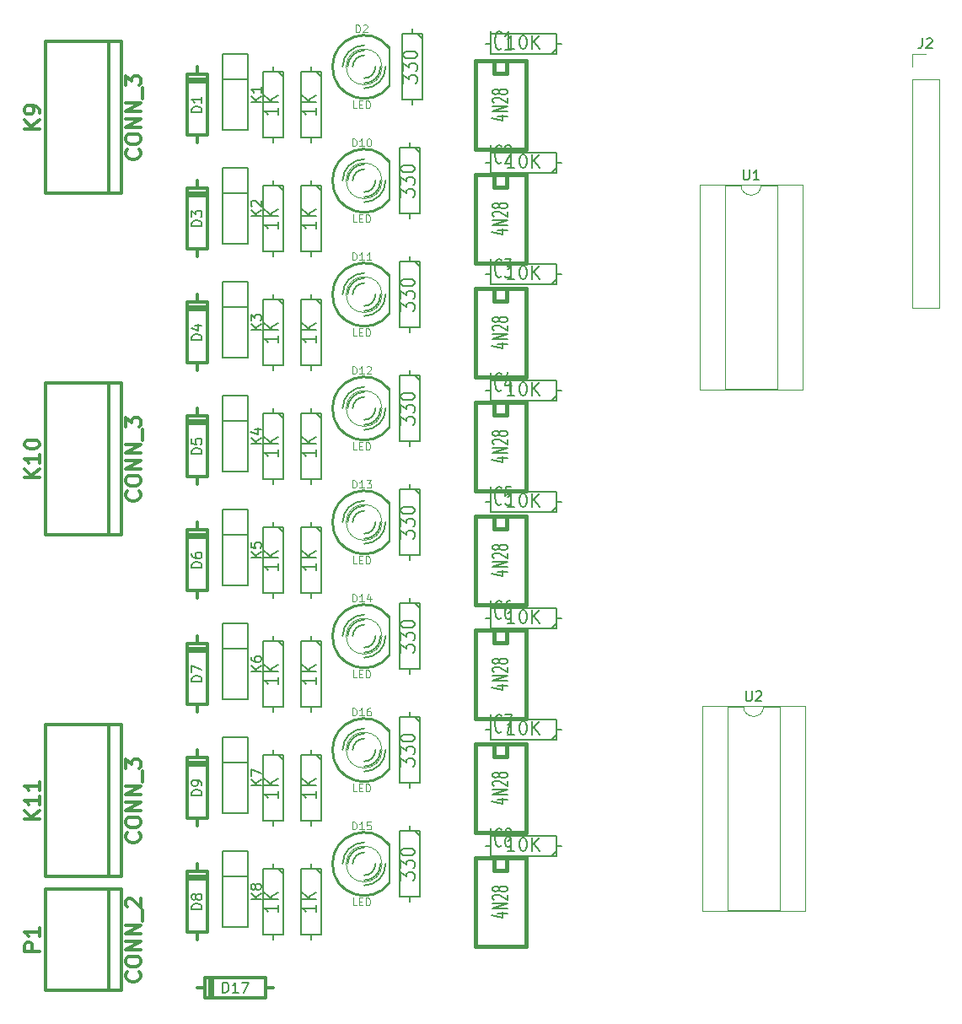
<source format=gto>
G04 #@! TF.FileFunction,Legend,Top*
%FSLAX46Y46*%
G04 Gerber Fmt 4.6, Leading zero omitted, Abs format (unit mm)*
G04 Created by KiCad (PCBNEW 4.0.7-e2-6376~58~ubuntu14.04.1) date Sat Apr  7 11:11:52 2018*
%MOMM*%
%LPD*%
G01*
G04 APERTURE LIST*
%ADD10C,0.150000*%
%ADD11C,0.381000*%
%ADD12C,0.203200*%
%ADD13C,0.152400*%
%ADD14C,0.076200*%
%ADD15C,0.254000*%
%ADD16C,0.304800*%
%ADD17C,0.120000*%
%ADD18C,0.088900*%
G04 APERTURE END LIST*
D10*
D11*
X113030000Y-71755000D02*
X113030000Y-80645000D01*
X113030000Y-80645000D02*
X107950000Y-80645000D01*
X107950000Y-80645000D02*
X107950000Y-71755000D01*
X107950000Y-71755000D02*
X113030000Y-71755000D01*
X111125000Y-71755000D02*
X111125000Y-73025000D01*
X111125000Y-73025000D02*
X109855000Y-73025000D01*
X109855000Y-73025000D02*
X109855000Y-71755000D01*
D12*
X116586000Y-70104000D02*
X116078000Y-70104000D01*
X108966000Y-70104000D02*
X109474000Y-70104000D01*
X109474000Y-70104000D02*
X109474000Y-71120000D01*
X109474000Y-71120000D02*
X116078000Y-71120000D01*
X116078000Y-71120000D02*
X116078000Y-69088000D01*
X116078000Y-69088000D02*
X109474000Y-69088000D01*
X109474000Y-69088000D02*
X109474000Y-70104000D01*
X116078000Y-70612000D02*
X115570000Y-71120000D01*
X101600000Y-68580000D02*
X101600000Y-69088000D01*
X101600000Y-76200000D02*
X101600000Y-75692000D01*
X101600000Y-75692000D02*
X102616000Y-75692000D01*
X102616000Y-75692000D02*
X102616000Y-69088000D01*
X102616000Y-69088000D02*
X100584000Y-69088000D01*
X100584000Y-69088000D02*
X100584000Y-75692000D01*
X100584000Y-75692000D02*
X101600000Y-75692000D01*
X102108000Y-69088000D02*
X102616000Y-69596000D01*
X116586000Y-138938000D02*
X116078000Y-138938000D01*
X108966000Y-138938000D02*
X109474000Y-138938000D01*
X109474000Y-138938000D02*
X109474000Y-139954000D01*
X109474000Y-139954000D02*
X116078000Y-139954000D01*
X116078000Y-139954000D02*
X116078000Y-137922000D01*
X116078000Y-137922000D02*
X109474000Y-137922000D01*
X109474000Y-137922000D02*
X109474000Y-138938000D01*
X116078000Y-139446000D02*
X115570000Y-139954000D01*
X101346000Y-137160000D02*
X101346000Y-137668000D01*
X101346000Y-144780000D02*
X101346000Y-144272000D01*
X101346000Y-144272000D02*
X102362000Y-144272000D01*
X102362000Y-144272000D02*
X102362000Y-137668000D01*
X102362000Y-137668000D02*
X100330000Y-137668000D01*
X100330000Y-137668000D02*
X100330000Y-144272000D01*
X100330000Y-144272000D02*
X101346000Y-144272000D01*
X101854000Y-137668000D02*
X102362000Y-138176000D01*
X116586000Y-150622000D02*
X116078000Y-150622000D01*
X108966000Y-150622000D02*
X109474000Y-150622000D01*
X109474000Y-150622000D02*
X109474000Y-151638000D01*
X109474000Y-151638000D02*
X116078000Y-151638000D01*
X116078000Y-151638000D02*
X116078000Y-149606000D01*
X116078000Y-149606000D02*
X109474000Y-149606000D01*
X109474000Y-149606000D02*
X109474000Y-150622000D01*
X116078000Y-151130000D02*
X115570000Y-151638000D01*
X101346000Y-148590000D02*
X101346000Y-149098000D01*
X101346000Y-156210000D02*
X101346000Y-155702000D01*
X101346000Y-155702000D02*
X102362000Y-155702000D01*
X102362000Y-155702000D02*
X102362000Y-149098000D01*
X102362000Y-149098000D02*
X100330000Y-149098000D01*
X100330000Y-149098000D02*
X100330000Y-155702000D01*
X100330000Y-155702000D02*
X101346000Y-155702000D01*
X101854000Y-149098000D02*
X102362000Y-149606000D01*
X116586000Y-127762000D02*
X116078000Y-127762000D01*
X108966000Y-127762000D02*
X109474000Y-127762000D01*
X109474000Y-127762000D02*
X109474000Y-128778000D01*
X109474000Y-128778000D02*
X116078000Y-128778000D01*
X116078000Y-128778000D02*
X116078000Y-126746000D01*
X116078000Y-126746000D02*
X109474000Y-126746000D01*
X109474000Y-126746000D02*
X109474000Y-127762000D01*
X116078000Y-128270000D02*
X115570000Y-128778000D01*
X101346000Y-125730000D02*
X101346000Y-126238000D01*
X101346000Y-133350000D02*
X101346000Y-132842000D01*
X101346000Y-132842000D02*
X102362000Y-132842000D01*
X102362000Y-132842000D02*
X102362000Y-126238000D01*
X102362000Y-126238000D02*
X100330000Y-126238000D01*
X100330000Y-126238000D02*
X100330000Y-132842000D01*
X100330000Y-132842000D02*
X101346000Y-132842000D01*
X101854000Y-126238000D02*
X102362000Y-126746000D01*
X116586000Y-116078000D02*
X116078000Y-116078000D01*
X108966000Y-116078000D02*
X109474000Y-116078000D01*
X109474000Y-116078000D02*
X109474000Y-117094000D01*
X109474000Y-117094000D02*
X116078000Y-117094000D01*
X116078000Y-117094000D02*
X116078000Y-115062000D01*
X116078000Y-115062000D02*
X109474000Y-115062000D01*
X109474000Y-115062000D02*
X109474000Y-116078000D01*
X116078000Y-116586000D02*
X115570000Y-117094000D01*
X101346000Y-114300000D02*
X101346000Y-114808000D01*
X101346000Y-121920000D02*
X101346000Y-121412000D01*
X101346000Y-121412000D02*
X102362000Y-121412000D01*
X102362000Y-121412000D02*
X102362000Y-114808000D01*
X102362000Y-114808000D02*
X100330000Y-114808000D01*
X100330000Y-114808000D02*
X100330000Y-121412000D01*
X100330000Y-121412000D02*
X101346000Y-121412000D01*
X101854000Y-114808000D02*
X102362000Y-115316000D01*
X116586000Y-104902000D02*
X116078000Y-104902000D01*
X108966000Y-104902000D02*
X109474000Y-104902000D01*
X109474000Y-104902000D02*
X109474000Y-105918000D01*
X109474000Y-105918000D02*
X116078000Y-105918000D01*
X116078000Y-105918000D02*
X116078000Y-103886000D01*
X116078000Y-103886000D02*
X109474000Y-103886000D01*
X109474000Y-103886000D02*
X109474000Y-104902000D01*
X116078000Y-105410000D02*
X115570000Y-105918000D01*
X101346000Y-102870000D02*
X101346000Y-103378000D01*
X101346000Y-110490000D02*
X101346000Y-109982000D01*
X101346000Y-109982000D02*
X102362000Y-109982000D01*
X102362000Y-109982000D02*
X102362000Y-103378000D01*
X102362000Y-103378000D02*
X100330000Y-103378000D01*
X100330000Y-103378000D02*
X100330000Y-109982000D01*
X100330000Y-109982000D02*
X101346000Y-109982000D01*
X101854000Y-103378000D02*
X102362000Y-103886000D01*
X116586000Y-93218000D02*
X116078000Y-93218000D01*
X108966000Y-93218000D02*
X109474000Y-93218000D01*
X109474000Y-93218000D02*
X109474000Y-94234000D01*
X109474000Y-94234000D02*
X116078000Y-94234000D01*
X116078000Y-94234000D02*
X116078000Y-92202000D01*
X116078000Y-92202000D02*
X109474000Y-92202000D01*
X109474000Y-92202000D02*
X109474000Y-93218000D01*
X116078000Y-93726000D02*
X115570000Y-94234000D01*
X101346000Y-91440000D02*
X101346000Y-91948000D01*
X101346000Y-99060000D02*
X101346000Y-98552000D01*
X101346000Y-98552000D02*
X102362000Y-98552000D01*
X102362000Y-98552000D02*
X102362000Y-91948000D01*
X102362000Y-91948000D02*
X100330000Y-91948000D01*
X100330000Y-91948000D02*
X100330000Y-98552000D01*
X100330000Y-98552000D02*
X101346000Y-98552000D01*
X101854000Y-91948000D02*
X102362000Y-92456000D01*
X116586000Y-82042000D02*
X116078000Y-82042000D01*
X108966000Y-82042000D02*
X109474000Y-82042000D01*
X109474000Y-82042000D02*
X109474000Y-83058000D01*
X109474000Y-83058000D02*
X116078000Y-83058000D01*
X116078000Y-83058000D02*
X116078000Y-81026000D01*
X116078000Y-81026000D02*
X109474000Y-81026000D01*
X109474000Y-81026000D02*
X109474000Y-82042000D01*
X116078000Y-82550000D02*
X115570000Y-83058000D01*
X101346000Y-80010000D02*
X101346000Y-80518000D01*
X101346000Y-87630000D02*
X101346000Y-87122000D01*
X101346000Y-87122000D02*
X102362000Y-87122000D01*
X102362000Y-87122000D02*
X102362000Y-80518000D01*
X102362000Y-80518000D02*
X100330000Y-80518000D01*
X100330000Y-80518000D02*
X100330000Y-87122000D01*
X100330000Y-87122000D02*
X101346000Y-87122000D01*
X101854000Y-80518000D02*
X102362000Y-81026000D01*
D13*
X82550000Y-71120000D02*
X85090000Y-71120000D01*
X85090000Y-71120000D02*
X85090000Y-78740000D01*
X85090000Y-78740000D02*
X82550000Y-78740000D01*
X82550000Y-78740000D02*
X82550000Y-71120000D01*
X85090000Y-73660000D02*
X82550000Y-73660000D01*
D12*
X99364800Y-131445000D02*
X99364800Y-127635000D01*
D14*
X98570051Y-129540000D02*
G75*
G03X98570051Y-129540000I-1796051J0D01*
G01*
D15*
X99311997Y-127632332D02*
G75*
G03X99314000Y-131445000I-2537997J-1907668D01*
G01*
D13*
X96774000Y-128397000D02*
G75*
G03X95631000Y-129540000I0J-1143000D01*
G01*
X96774000Y-130683000D02*
G75*
G03X97917000Y-129540000I0J1143000D01*
G01*
X96774000Y-127889000D02*
G75*
G03X95123000Y-129540000I0J-1651000D01*
G01*
X96774000Y-131191000D02*
G75*
G03X98425000Y-129540000I0J1651000D01*
G01*
X96774000Y-127381000D02*
G75*
G03X94615000Y-129540000I0J-2159000D01*
G01*
X96774000Y-131699000D02*
G75*
G03X98933000Y-129540000I0J2159000D01*
G01*
D12*
X99364800Y-97155000D02*
X99364800Y-93345000D01*
D14*
X98570051Y-95250000D02*
G75*
G03X98570051Y-95250000I-1796051J0D01*
G01*
D15*
X99311997Y-93342332D02*
G75*
G03X99314000Y-97155000I-2537997J-1907668D01*
G01*
D13*
X96774000Y-94107000D02*
G75*
G03X95631000Y-95250000I0J-1143000D01*
G01*
X96774000Y-96393000D02*
G75*
G03X97917000Y-95250000I0J1143000D01*
G01*
X96774000Y-93599000D02*
G75*
G03X95123000Y-95250000I0J-1651000D01*
G01*
X96774000Y-96901000D02*
G75*
G03X98425000Y-95250000I0J1651000D01*
G01*
X96774000Y-93091000D02*
G75*
G03X94615000Y-95250000I0J-2159000D01*
G01*
X96774000Y-97409000D02*
G75*
G03X98933000Y-95250000I0J2159000D01*
G01*
D12*
X99364800Y-142875000D02*
X99364800Y-139065000D01*
D14*
X98570051Y-140970000D02*
G75*
G03X98570051Y-140970000I-1796051J0D01*
G01*
D15*
X99311997Y-139062332D02*
G75*
G03X99314000Y-142875000I-2537997J-1907668D01*
G01*
D13*
X96774000Y-139827000D02*
G75*
G03X95631000Y-140970000I0J-1143000D01*
G01*
X96774000Y-142113000D02*
G75*
G03X97917000Y-140970000I0J1143000D01*
G01*
X96774000Y-139319000D02*
G75*
G03X95123000Y-140970000I0J-1651000D01*
G01*
X96774000Y-142621000D02*
G75*
G03X98425000Y-140970000I0J1651000D01*
G01*
X96774000Y-138811000D02*
G75*
G03X94615000Y-140970000I0J-2159000D01*
G01*
X96774000Y-143129000D02*
G75*
G03X98933000Y-140970000I0J2159000D01*
G01*
D12*
X99364800Y-85725000D02*
X99364800Y-81915000D01*
D14*
X98570051Y-83820000D02*
G75*
G03X98570051Y-83820000I-1796051J0D01*
G01*
D15*
X99311997Y-81912332D02*
G75*
G03X99314000Y-85725000I-2537997J-1907668D01*
G01*
D13*
X96774000Y-82677000D02*
G75*
G03X95631000Y-83820000I0J-1143000D01*
G01*
X96774000Y-84963000D02*
G75*
G03X97917000Y-83820000I0J1143000D01*
G01*
X96774000Y-82169000D02*
G75*
G03X95123000Y-83820000I0J-1651000D01*
G01*
X96774000Y-85471000D02*
G75*
G03X98425000Y-83820000I0J1651000D01*
G01*
X96774000Y-81661000D02*
G75*
G03X94615000Y-83820000I0J-2159000D01*
G01*
X96774000Y-85979000D02*
G75*
G03X98933000Y-83820000I0J2159000D01*
G01*
D12*
X99364800Y-108585000D02*
X99364800Y-104775000D01*
D14*
X98570051Y-106680000D02*
G75*
G03X98570051Y-106680000I-1796051J0D01*
G01*
D15*
X99311997Y-104772332D02*
G75*
G03X99314000Y-108585000I-2537997J-1907668D01*
G01*
D13*
X96774000Y-105537000D02*
G75*
G03X95631000Y-106680000I0J-1143000D01*
G01*
X96774000Y-107823000D02*
G75*
G03X97917000Y-106680000I0J1143000D01*
G01*
X96774000Y-105029000D02*
G75*
G03X95123000Y-106680000I0J-1651000D01*
G01*
X96774000Y-108331000D02*
G75*
G03X98425000Y-106680000I0J1651000D01*
G01*
X96774000Y-104521000D02*
G75*
G03X94615000Y-106680000I0J-2159000D01*
G01*
X96774000Y-108839000D02*
G75*
G03X98933000Y-106680000I0J2159000D01*
G01*
D12*
X99364800Y-74295000D02*
X99364800Y-70485000D01*
D14*
X98570051Y-72390000D02*
G75*
G03X98570051Y-72390000I-1796051J0D01*
G01*
D15*
X99311997Y-70482332D02*
G75*
G03X99314000Y-74295000I-2537997J-1907668D01*
G01*
D13*
X96774000Y-71247000D02*
G75*
G03X95631000Y-72390000I0J-1143000D01*
G01*
X96774000Y-73533000D02*
G75*
G03X97917000Y-72390000I0J1143000D01*
G01*
X96774000Y-70739000D02*
G75*
G03X95123000Y-72390000I0J-1651000D01*
G01*
X96774000Y-74041000D02*
G75*
G03X98425000Y-72390000I0J1651000D01*
G01*
X96774000Y-70231000D02*
G75*
G03X94615000Y-72390000I0J-2159000D01*
G01*
X96774000Y-74549000D02*
G75*
G03X98933000Y-72390000I0J2159000D01*
G01*
D12*
X99364800Y-154305000D02*
X99364800Y-150495000D01*
D14*
X98570051Y-152400000D02*
G75*
G03X98570051Y-152400000I-1796051J0D01*
G01*
D15*
X99311997Y-150492332D02*
G75*
G03X99314000Y-154305000I-2537997J-1907668D01*
G01*
D13*
X96774000Y-151257000D02*
G75*
G03X95631000Y-152400000I0J-1143000D01*
G01*
X96774000Y-153543000D02*
G75*
G03X97917000Y-152400000I0J1143000D01*
G01*
X96774000Y-150749000D02*
G75*
G03X95123000Y-152400000I0J-1651000D01*
G01*
X96774000Y-154051000D02*
G75*
G03X98425000Y-152400000I0J1651000D01*
G01*
X96774000Y-150241000D02*
G75*
G03X94615000Y-152400000I0J-2159000D01*
G01*
X96774000Y-154559000D02*
G75*
G03X98933000Y-152400000I0J2159000D01*
G01*
D12*
X99364800Y-120015000D02*
X99364800Y-116205000D01*
D14*
X98570051Y-118110000D02*
G75*
G03X98570051Y-118110000I-1796051J0D01*
G01*
D15*
X99311997Y-116202332D02*
G75*
G03X99314000Y-120015000I-2537997J-1907668D01*
G01*
D13*
X96774000Y-116967000D02*
G75*
G03X95631000Y-118110000I0J-1143000D01*
G01*
X96774000Y-119253000D02*
G75*
G03X97917000Y-118110000I0J1143000D01*
G01*
X96774000Y-116459000D02*
G75*
G03X95123000Y-118110000I0J-1651000D01*
G01*
X96774000Y-119761000D02*
G75*
G03X98425000Y-118110000I0J1651000D01*
G01*
X96774000Y-115951000D02*
G75*
G03X94615000Y-118110000I0J-2159000D01*
G01*
X96774000Y-120269000D02*
G75*
G03X98933000Y-118110000I0J2159000D01*
G01*
D11*
X113030000Y-151765000D02*
X113030000Y-160655000D01*
X113030000Y-160655000D02*
X107950000Y-160655000D01*
X107950000Y-160655000D02*
X107950000Y-151765000D01*
X107950000Y-151765000D02*
X113030000Y-151765000D01*
X111125000Y-151765000D02*
X111125000Y-153035000D01*
X111125000Y-153035000D02*
X109855000Y-153035000D01*
X109855000Y-153035000D02*
X109855000Y-151765000D01*
X113030000Y-140335000D02*
X113030000Y-149225000D01*
X113030000Y-149225000D02*
X107950000Y-149225000D01*
X107950000Y-149225000D02*
X107950000Y-140335000D01*
X107950000Y-140335000D02*
X113030000Y-140335000D01*
X111125000Y-140335000D02*
X111125000Y-141605000D01*
X111125000Y-141605000D02*
X109855000Y-141605000D01*
X109855000Y-141605000D02*
X109855000Y-140335000D01*
X113030000Y-94615000D02*
X113030000Y-103505000D01*
X113030000Y-103505000D02*
X107950000Y-103505000D01*
X107950000Y-103505000D02*
X107950000Y-94615000D01*
X107950000Y-94615000D02*
X113030000Y-94615000D01*
X111125000Y-94615000D02*
X111125000Y-95885000D01*
X111125000Y-95885000D02*
X109855000Y-95885000D01*
X109855000Y-95885000D02*
X109855000Y-94615000D01*
X113030000Y-128905000D02*
X113030000Y-137795000D01*
X113030000Y-137795000D02*
X107950000Y-137795000D01*
X107950000Y-137795000D02*
X107950000Y-128905000D01*
X107950000Y-128905000D02*
X113030000Y-128905000D01*
X111125000Y-128905000D02*
X111125000Y-130175000D01*
X111125000Y-130175000D02*
X109855000Y-130175000D01*
X109855000Y-130175000D02*
X109855000Y-128905000D01*
X113030000Y-83185000D02*
X113030000Y-92075000D01*
X113030000Y-92075000D02*
X107950000Y-92075000D01*
X107950000Y-92075000D02*
X107950000Y-83185000D01*
X107950000Y-83185000D02*
X113030000Y-83185000D01*
X111125000Y-83185000D02*
X111125000Y-84455000D01*
X111125000Y-84455000D02*
X109855000Y-84455000D01*
X109855000Y-84455000D02*
X109855000Y-83185000D01*
X113030000Y-117475000D02*
X113030000Y-126365000D01*
X113030000Y-126365000D02*
X107950000Y-126365000D01*
X107950000Y-126365000D02*
X107950000Y-117475000D01*
X107950000Y-117475000D02*
X113030000Y-117475000D01*
X111125000Y-117475000D02*
X111125000Y-118745000D01*
X111125000Y-118745000D02*
X109855000Y-118745000D01*
X109855000Y-118745000D02*
X109855000Y-117475000D01*
X113030000Y-106045000D02*
X113030000Y-114935000D01*
X113030000Y-114935000D02*
X107950000Y-114935000D01*
X107950000Y-114935000D02*
X107950000Y-106045000D01*
X107950000Y-106045000D02*
X113030000Y-106045000D01*
X111125000Y-106045000D02*
X111125000Y-107315000D01*
X111125000Y-107315000D02*
X109855000Y-107315000D01*
X109855000Y-107315000D02*
X109855000Y-106045000D01*
D16*
X80010000Y-129540000D02*
X80010000Y-130302000D01*
X80010000Y-130302000D02*
X78994000Y-130302000D01*
X78994000Y-130302000D02*
X78994000Y-136398000D01*
X78994000Y-136398000D02*
X80010000Y-136398000D01*
X80010000Y-136398000D02*
X80010000Y-137160000D01*
X80010000Y-136398000D02*
X81026000Y-136398000D01*
X81026000Y-136398000D02*
X81026000Y-130302000D01*
X81026000Y-130302000D02*
X80010000Y-130302000D01*
X78994000Y-130810000D02*
X81026000Y-130810000D01*
X81026000Y-131064000D02*
X78994000Y-131064000D01*
X80010000Y-118110000D02*
X80010000Y-118872000D01*
X80010000Y-118872000D02*
X78994000Y-118872000D01*
X78994000Y-118872000D02*
X78994000Y-124968000D01*
X78994000Y-124968000D02*
X80010000Y-124968000D01*
X80010000Y-124968000D02*
X80010000Y-125730000D01*
X80010000Y-124968000D02*
X81026000Y-124968000D01*
X81026000Y-124968000D02*
X81026000Y-118872000D01*
X81026000Y-118872000D02*
X80010000Y-118872000D01*
X78994000Y-119380000D02*
X81026000Y-119380000D01*
X81026000Y-119634000D02*
X78994000Y-119634000D01*
X80010000Y-72390000D02*
X80010000Y-73152000D01*
X80010000Y-73152000D02*
X78994000Y-73152000D01*
X78994000Y-73152000D02*
X78994000Y-79248000D01*
X78994000Y-79248000D02*
X80010000Y-79248000D01*
X80010000Y-79248000D02*
X80010000Y-80010000D01*
X80010000Y-79248000D02*
X81026000Y-79248000D01*
X81026000Y-79248000D02*
X81026000Y-73152000D01*
X81026000Y-73152000D02*
X80010000Y-73152000D01*
X78994000Y-73660000D02*
X81026000Y-73660000D01*
X81026000Y-73914000D02*
X78994000Y-73914000D01*
X80010000Y-152400000D02*
X80010000Y-153162000D01*
X80010000Y-153162000D02*
X78994000Y-153162000D01*
X78994000Y-153162000D02*
X78994000Y-159258000D01*
X78994000Y-159258000D02*
X80010000Y-159258000D01*
X80010000Y-159258000D02*
X80010000Y-160020000D01*
X80010000Y-159258000D02*
X81026000Y-159258000D01*
X81026000Y-159258000D02*
X81026000Y-153162000D01*
X81026000Y-153162000D02*
X80010000Y-153162000D01*
X78994000Y-153670000D02*
X81026000Y-153670000D01*
X81026000Y-153924000D02*
X78994000Y-153924000D01*
X80010000Y-106680000D02*
X80010000Y-107442000D01*
X80010000Y-107442000D02*
X78994000Y-107442000D01*
X78994000Y-107442000D02*
X78994000Y-113538000D01*
X78994000Y-113538000D02*
X80010000Y-113538000D01*
X80010000Y-113538000D02*
X80010000Y-114300000D01*
X80010000Y-113538000D02*
X81026000Y-113538000D01*
X81026000Y-113538000D02*
X81026000Y-107442000D01*
X81026000Y-107442000D02*
X80010000Y-107442000D01*
X78994000Y-107950000D02*
X81026000Y-107950000D01*
X81026000Y-108204000D02*
X78994000Y-108204000D01*
X80010000Y-95250000D02*
X80010000Y-96012000D01*
X80010000Y-96012000D02*
X78994000Y-96012000D01*
X78994000Y-96012000D02*
X78994000Y-102108000D01*
X78994000Y-102108000D02*
X80010000Y-102108000D01*
X80010000Y-102108000D02*
X80010000Y-102870000D01*
X80010000Y-102108000D02*
X81026000Y-102108000D01*
X81026000Y-102108000D02*
X81026000Y-96012000D01*
X81026000Y-96012000D02*
X80010000Y-96012000D01*
X78994000Y-96520000D02*
X81026000Y-96520000D01*
X81026000Y-96774000D02*
X78994000Y-96774000D01*
X80010000Y-140970000D02*
X80010000Y-141732000D01*
X80010000Y-141732000D02*
X78994000Y-141732000D01*
X78994000Y-141732000D02*
X78994000Y-147828000D01*
X78994000Y-147828000D02*
X80010000Y-147828000D01*
X80010000Y-147828000D02*
X80010000Y-148590000D01*
X80010000Y-147828000D02*
X81026000Y-147828000D01*
X81026000Y-147828000D02*
X81026000Y-141732000D01*
X81026000Y-141732000D02*
X80010000Y-141732000D01*
X78994000Y-142240000D02*
X81026000Y-142240000D01*
X81026000Y-142494000D02*
X78994000Y-142494000D01*
X80010000Y-83820000D02*
X80010000Y-84582000D01*
X80010000Y-84582000D02*
X78994000Y-84582000D01*
X78994000Y-84582000D02*
X78994000Y-90678000D01*
X78994000Y-90678000D02*
X80010000Y-90678000D01*
X80010000Y-90678000D02*
X80010000Y-91440000D01*
X80010000Y-90678000D02*
X81026000Y-90678000D01*
X81026000Y-90678000D02*
X81026000Y-84582000D01*
X81026000Y-84582000D02*
X80010000Y-84582000D01*
X78994000Y-85090000D02*
X81026000Y-85090000D01*
X81026000Y-85344000D02*
X78994000Y-85344000D01*
D13*
X82550000Y-116840000D02*
X85090000Y-116840000D01*
X85090000Y-116840000D02*
X85090000Y-124460000D01*
X85090000Y-124460000D02*
X82550000Y-124460000D01*
X82550000Y-124460000D02*
X82550000Y-116840000D01*
X85090000Y-119380000D02*
X82550000Y-119380000D01*
X82550000Y-128270000D02*
X85090000Y-128270000D01*
X85090000Y-128270000D02*
X85090000Y-135890000D01*
X85090000Y-135890000D02*
X82550000Y-135890000D01*
X82550000Y-135890000D02*
X82550000Y-128270000D01*
X85090000Y-130810000D02*
X82550000Y-130810000D01*
X82550000Y-139700000D02*
X85090000Y-139700000D01*
X85090000Y-139700000D02*
X85090000Y-147320000D01*
X85090000Y-147320000D02*
X82550000Y-147320000D01*
X82550000Y-147320000D02*
X82550000Y-139700000D01*
X85090000Y-142240000D02*
X82550000Y-142240000D01*
X82550000Y-151130000D02*
X85090000Y-151130000D01*
X85090000Y-151130000D02*
X85090000Y-158750000D01*
X85090000Y-158750000D02*
X82550000Y-158750000D01*
X82550000Y-158750000D02*
X82550000Y-151130000D01*
X85090000Y-153670000D02*
X82550000Y-153670000D01*
D16*
X80010000Y-164846000D02*
X80772000Y-164846000D01*
X80772000Y-164846000D02*
X80772000Y-165862000D01*
X80772000Y-165862000D02*
X86868000Y-165862000D01*
X86868000Y-165862000D02*
X86868000Y-164846000D01*
X86868000Y-164846000D02*
X87630000Y-164846000D01*
X86868000Y-164846000D02*
X86868000Y-163830000D01*
X86868000Y-163830000D02*
X80772000Y-163830000D01*
X80772000Y-163830000D02*
X80772000Y-164846000D01*
X81280000Y-165862000D02*
X81280000Y-163830000D01*
X81534000Y-163830000D02*
X81534000Y-165862000D01*
X72390000Y-153670000D02*
X64770000Y-153670000D01*
X72390000Y-138430000D02*
X64770000Y-138430000D01*
X71120000Y-153670000D02*
X71120000Y-138430000D01*
X64770000Y-153670000D02*
X64770000Y-138430000D01*
X72390000Y-153670000D02*
X72390000Y-138430000D01*
X72390000Y-119380000D02*
X64770000Y-119380000D01*
X72390000Y-104140000D02*
X64770000Y-104140000D01*
X71120000Y-119380000D02*
X71120000Y-104140000D01*
X64770000Y-119380000D02*
X64770000Y-104140000D01*
X72390000Y-119380000D02*
X72390000Y-104140000D01*
X72390000Y-85090000D02*
X64770000Y-85090000D01*
X72390000Y-69850000D02*
X64770000Y-69850000D01*
X71120000Y-85090000D02*
X71120000Y-69850000D01*
X64770000Y-85090000D02*
X64770000Y-69850000D01*
X72390000Y-85090000D02*
X72390000Y-69850000D01*
X71120000Y-154940000D02*
X71120000Y-165100000D01*
X72390000Y-154940000D02*
X64770000Y-154940000D01*
X64770000Y-154940000D02*
X64770000Y-165100000D01*
X64770000Y-165100000D02*
X72390000Y-165100000D01*
X72390000Y-165100000D02*
X72390000Y-154940000D01*
D13*
X82550000Y-82550000D02*
X85090000Y-82550000D01*
X85090000Y-82550000D02*
X85090000Y-90170000D01*
X85090000Y-90170000D02*
X82550000Y-90170000D01*
X82550000Y-90170000D02*
X82550000Y-82550000D01*
X85090000Y-85090000D02*
X82550000Y-85090000D01*
X82550000Y-93980000D02*
X85090000Y-93980000D01*
X85090000Y-93980000D02*
X85090000Y-101600000D01*
X85090000Y-101600000D02*
X82550000Y-101600000D01*
X82550000Y-101600000D02*
X82550000Y-93980000D01*
X85090000Y-96520000D02*
X82550000Y-96520000D01*
X82550000Y-105410000D02*
X85090000Y-105410000D01*
X85090000Y-105410000D02*
X85090000Y-113030000D01*
X85090000Y-113030000D02*
X82550000Y-113030000D01*
X82550000Y-113030000D02*
X82550000Y-105410000D01*
X85090000Y-107950000D02*
X82550000Y-107950000D01*
D12*
X87630000Y-72390000D02*
X87630000Y-72898000D01*
X87630000Y-80010000D02*
X87630000Y-79502000D01*
X87630000Y-79502000D02*
X88646000Y-79502000D01*
X88646000Y-79502000D02*
X88646000Y-72898000D01*
X88646000Y-72898000D02*
X86614000Y-72898000D01*
X86614000Y-72898000D02*
X86614000Y-79502000D01*
X86614000Y-79502000D02*
X87630000Y-79502000D01*
X88138000Y-72898000D02*
X88646000Y-73406000D01*
X91440000Y-72390000D02*
X91440000Y-72898000D01*
X91440000Y-80010000D02*
X91440000Y-79502000D01*
X91440000Y-79502000D02*
X92456000Y-79502000D01*
X92456000Y-79502000D02*
X92456000Y-72898000D01*
X92456000Y-72898000D02*
X90424000Y-72898000D01*
X90424000Y-72898000D02*
X90424000Y-79502000D01*
X90424000Y-79502000D02*
X91440000Y-79502000D01*
X91948000Y-72898000D02*
X92456000Y-73406000D01*
X87630000Y-83820000D02*
X87630000Y-84328000D01*
X87630000Y-91440000D02*
X87630000Y-90932000D01*
X87630000Y-90932000D02*
X88646000Y-90932000D01*
X88646000Y-90932000D02*
X88646000Y-84328000D01*
X88646000Y-84328000D02*
X86614000Y-84328000D01*
X86614000Y-84328000D02*
X86614000Y-90932000D01*
X86614000Y-90932000D02*
X87630000Y-90932000D01*
X88138000Y-84328000D02*
X88646000Y-84836000D01*
X91440000Y-83820000D02*
X91440000Y-84328000D01*
X91440000Y-91440000D02*
X91440000Y-90932000D01*
X91440000Y-90932000D02*
X92456000Y-90932000D01*
X92456000Y-90932000D02*
X92456000Y-84328000D01*
X92456000Y-84328000D02*
X90424000Y-84328000D01*
X90424000Y-84328000D02*
X90424000Y-90932000D01*
X90424000Y-90932000D02*
X91440000Y-90932000D01*
X91948000Y-84328000D02*
X92456000Y-84836000D01*
X87630000Y-95250000D02*
X87630000Y-95758000D01*
X87630000Y-102870000D02*
X87630000Y-102362000D01*
X87630000Y-102362000D02*
X88646000Y-102362000D01*
X88646000Y-102362000D02*
X88646000Y-95758000D01*
X88646000Y-95758000D02*
X86614000Y-95758000D01*
X86614000Y-95758000D02*
X86614000Y-102362000D01*
X86614000Y-102362000D02*
X87630000Y-102362000D01*
X88138000Y-95758000D02*
X88646000Y-96266000D01*
X91440000Y-95250000D02*
X91440000Y-95758000D01*
X91440000Y-102870000D02*
X91440000Y-102362000D01*
X91440000Y-102362000D02*
X92456000Y-102362000D01*
X92456000Y-102362000D02*
X92456000Y-95758000D01*
X92456000Y-95758000D02*
X90424000Y-95758000D01*
X90424000Y-95758000D02*
X90424000Y-102362000D01*
X90424000Y-102362000D02*
X91440000Y-102362000D01*
X91948000Y-95758000D02*
X92456000Y-96266000D01*
X87630000Y-106680000D02*
X87630000Y-107188000D01*
X87630000Y-114300000D02*
X87630000Y-113792000D01*
X87630000Y-113792000D02*
X88646000Y-113792000D01*
X88646000Y-113792000D02*
X88646000Y-107188000D01*
X88646000Y-107188000D02*
X86614000Y-107188000D01*
X86614000Y-107188000D02*
X86614000Y-113792000D01*
X86614000Y-113792000D02*
X87630000Y-113792000D01*
X88138000Y-107188000D02*
X88646000Y-107696000D01*
X91440000Y-106680000D02*
X91440000Y-107188000D01*
X91440000Y-114300000D02*
X91440000Y-113792000D01*
X91440000Y-113792000D02*
X92456000Y-113792000D01*
X92456000Y-113792000D02*
X92456000Y-107188000D01*
X92456000Y-107188000D02*
X90424000Y-107188000D01*
X90424000Y-107188000D02*
X90424000Y-113792000D01*
X90424000Y-113792000D02*
X91440000Y-113792000D01*
X91948000Y-107188000D02*
X92456000Y-107696000D01*
X87630000Y-118110000D02*
X87630000Y-118618000D01*
X87630000Y-125730000D02*
X87630000Y-125222000D01*
X87630000Y-125222000D02*
X88646000Y-125222000D01*
X88646000Y-125222000D02*
X88646000Y-118618000D01*
X88646000Y-118618000D02*
X86614000Y-118618000D01*
X86614000Y-118618000D02*
X86614000Y-125222000D01*
X86614000Y-125222000D02*
X87630000Y-125222000D01*
X88138000Y-118618000D02*
X88646000Y-119126000D01*
X91440000Y-118110000D02*
X91440000Y-118618000D01*
X91440000Y-125730000D02*
X91440000Y-125222000D01*
X91440000Y-125222000D02*
X92456000Y-125222000D01*
X92456000Y-125222000D02*
X92456000Y-118618000D01*
X92456000Y-118618000D02*
X90424000Y-118618000D01*
X90424000Y-118618000D02*
X90424000Y-125222000D01*
X90424000Y-125222000D02*
X91440000Y-125222000D01*
X91948000Y-118618000D02*
X92456000Y-119126000D01*
X87630000Y-129540000D02*
X87630000Y-130048000D01*
X87630000Y-137160000D02*
X87630000Y-136652000D01*
X87630000Y-136652000D02*
X88646000Y-136652000D01*
X88646000Y-136652000D02*
X88646000Y-130048000D01*
X88646000Y-130048000D02*
X86614000Y-130048000D01*
X86614000Y-130048000D02*
X86614000Y-136652000D01*
X86614000Y-136652000D02*
X87630000Y-136652000D01*
X88138000Y-130048000D02*
X88646000Y-130556000D01*
X91440000Y-129540000D02*
X91440000Y-130048000D01*
X91440000Y-137160000D02*
X91440000Y-136652000D01*
X91440000Y-136652000D02*
X92456000Y-136652000D01*
X92456000Y-136652000D02*
X92456000Y-130048000D01*
X92456000Y-130048000D02*
X90424000Y-130048000D01*
X90424000Y-130048000D02*
X90424000Y-136652000D01*
X90424000Y-136652000D02*
X91440000Y-136652000D01*
X91948000Y-130048000D02*
X92456000Y-130556000D01*
X87630000Y-152400000D02*
X87630000Y-152908000D01*
X87630000Y-160020000D02*
X87630000Y-159512000D01*
X87630000Y-159512000D02*
X88646000Y-159512000D01*
X88646000Y-159512000D02*
X88646000Y-152908000D01*
X88646000Y-152908000D02*
X86614000Y-152908000D01*
X86614000Y-152908000D02*
X86614000Y-159512000D01*
X86614000Y-159512000D02*
X87630000Y-159512000D01*
X88138000Y-152908000D02*
X88646000Y-153416000D01*
X91440000Y-152400000D02*
X91440000Y-152908000D01*
X91440000Y-160020000D02*
X91440000Y-159512000D01*
X91440000Y-159512000D02*
X92456000Y-159512000D01*
X92456000Y-159512000D02*
X92456000Y-152908000D01*
X92456000Y-152908000D02*
X90424000Y-152908000D01*
X90424000Y-152908000D02*
X90424000Y-159512000D01*
X90424000Y-159512000D02*
X91440000Y-159512000D01*
X91948000Y-152908000D02*
X92456000Y-153416000D01*
X87630000Y-140970000D02*
X87630000Y-141478000D01*
X87630000Y-148590000D02*
X87630000Y-148082000D01*
X87630000Y-148082000D02*
X88646000Y-148082000D01*
X88646000Y-148082000D02*
X88646000Y-141478000D01*
X88646000Y-141478000D02*
X86614000Y-141478000D01*
X86614000Y-141478000D02*
X86614000Y-148082000D01*
X86614000Y-148082000D02*
X87630000Y-148082000D01*
X88138000Y-141478000D02*
X88646000Y-141986000D01*
X91440000Y-140970000D02*
X91440000Y-141478000D01*
X91440000Y-148590000D02*
X91440000Y-148082000D01*
X91440000Y-148082000D02*
X92456000Y-148082000D01*
X92456000Y-148082000D02*
X92456000Y-141478000D01*
X92456000Y-141478000D02*
X90424000Y-141478000D01*
X90424000Y-141478000D02*
X90424000Y-148082000D01*
X90424000Y-148082000D02*
X91440000Y-148082000D01*
X91948000Y-141478000D02*
X92456000Y-141986000D01*
D17*
X151832000Y-73660000D02*
X151832000Y-96580000D01*
X151832000Y-96580000D02*
X154492000Y-96580000D01*
X154492000Y-96580000D02*
X154492000Y-73660000D01*
X154492000Y-73660000D02*
X151832000Y-73660000D01*
X151832000Y-72390000D02*
X151832000Y-71060000D01*
X151832000Y-71060000D02*
X153162000Y-71060000D01*
X136636000Y-84268000D02*
G75*
G02X134636000Y-84268000I-1000000J0D01*
G01*
X134636000Y-84268000D02*
X132986000Y-84268000D01*
X132986000Y-84268000D02*
X132986000Y-104708000D01*
X132986000Y-104708000D02*
X138286000Y-104708000D01*
X138286000Y-104708000D02*
X138286000Y-84268000D01*
X138286000Y-84268000D02*
X136636000Y-84268000D01*
X130496000Y-84208000D02*
X130496000Y-104768000D01*
X130496000Y-104768000D02*
X140776000Y-104768000D01*
X140776000Y-104768000D02*
X140776000Y-84208000D01*
X140776000Y-84208000D02*
X130496000Y-84208000D01*
X136890000Y-136592000D02*
G75*
G02X134890000Y-136592000I-1000000J0D01*
G01*
X134890000Y-136592000D02*
X133240000Y-136592000D01*
X133240000Y-136592000D02*
X133240000Y-157032000D01*
X133240000Y-157032000D02*
X138540000Y-157032000D01*
X138540000Y-157032000D02*
X138540000Y-136592000D01*
X138540000Y-136592000D02*
X136890000Y-136592000D01*
X130750000Y-136532000D02*
X130750000Y-157092000D01*
X130750000Y-157092000D02*
X141030000Y-157092000D01*
X141030000Y-157092000D02*
X141030000Y-136532000D01*
X141030000Y-136532000D02*
X130750000Y-136532000D01*
D12*
X109498191Y-70711786D02*
X109498191Y-68806786D01*
X110562572Y-70530357D02*
X110514191Y-70621071D01*
X110369048Y-70711786D01*
X110272286Y-70711786D01*
X110127144Y-70621071D01*
X110030382Y-70439643D01*
X109982001Y-70258214D01*
X109933620Y-69895357D01*
X109933620Y-69623214D01*
X109982001Y-69260357D01*
X110030382Y-69078929D01*
X110127144Y-68897500D01*
X110272286Y-68806786D01*
X110369048Y-68806786D01*
X110514191Y-68897500D01*
X110562572Y-68988214D01*
X111530191Y-70711786D02*
X110949620Y-70711786D01*
X111239906Y-70711786D02*
X111239906Y-68806786D01*
X111143144Y-69078929D01*
X111046382Y-69260357D01*
X110949620Y-69351071D01*
X110163429Y-77343000D02*
X111179429Y-77343000D01*
X109582857Y-77554667D02*
X110671429Y-77766334D01*
X110671429Y-77216000D01*
X111179429Y-76877333D02*
X109655429Y-76877333D01*
X111179429Y-76369333D01*
X109655429Y-76369333D01*
X109800571Y-75988334D02*
X109728000Y-75946000D01*
X109655429Y-75861334D01*
X109655429Y-75649667D01*
X109728000Y-75565000D01*
X109800571Y-75522667D01*
X109945714Y-75480334D01*
X110090857Y-75480334D01*
X110308571Y-75522667D01*
X111179429Y-76030667D01*
X111179429Y-75480334D01*
X110308571Y-74972333D02*
X110236000Y-75057000D01*
X110163429Y-75099333D01*
X110018286Y-75141667D01*
X109945714Y-75141667D01*
X109800571Y-75099333D01*
X109728000Y-75057000D01*
X109655429Y-74972333D01*
X109655429Y-74803000D01*
X109728000Y-74718333D01*
X109800571Y-74676000D01*
X109945714Y-74633667D01*
X110018286Y-74633667D01*
X110163429Y-74676000D01*
X110236000Y-74718333D01*
X110308571Y-74803000D01*
X110308571Y-74972333D01*
X110381143Y-75057000D01*
X110453714Y-75099333D01*
X110598857Y-75141667D01*
X110889143Y-75141667D01*
X111034286Y-75099333D01*
X111106857Y-75057000D01*
X111179429Y-74972333D01*
X111179429Y-74803000D01*
X111106857Y-74718333D01*
X111034286Y-74676000D01*
X110889143Y-74633667D01*
X110598857Y-74633667D01*
X110453714Y-74676000D01*
X110381143Y-74718333D01*
X110308571Y-74803000D01*
X111899095Y-70608976D02*
X111173381Y-70608976D01*
X111536238Y-70608976D02*
X111536238Y-69211976D01*
X111415286Y-69411548D01*
X111294333Y-69544595D01*
X111173381Y-69611119D01*
X112685286Y-69211976D02*
X112806238Y-69211976D01*
X112927190Y-69278500D01*
X112987667Y-69345024D01*
X113048143Y-69478071D01*
X113108619Y-69744167D01*
X113108619Y-70076786D01*
X113048143Y-70342881D01*
X112987667Y-70475929D01*
X112927190Y-70542452D01*
X112806238Y-70608976D01*
X112685286Y-70608976D01*
X112564333Y-70542452D01*
X112503857Y-70475929D01*
X112443381Y-70342881D01*
X112382905Y-70076786D01*
X112382905Y-69744167D01*
X112443381Y-69478071D01*
X112503857Y-69345024D01*
X112564333Y-69278500D01*
X112685286Y-69211976D01*
X113652905Y-70608976D02*
X113652905Y-69211976D01*
X114378619Y-70608976D02*
X113834334Y-69810690D01*
X114378619Y-69211976D02*
X113652905Y-70010262D01*
X100707976Y-74022857D02*
X100707976Y-73236667D01*
X101240167Y-73660000D01*
X101240167Y-73478572D01*
X101306690Y-73357619D01*
X101373214Y-73297143D01*
X101506262Y-73236667D01*
X101838881Y-73236667D01*
X101971929Y-73297143D01*
X102038452Y-73357619D01*
X102104976Y-73478572D01*
X102104976Y-73841429D01*
X102038452Y-73962381D01*
X101971929Y-74022857D01*
X100707976Y-72813333D02*
X100707976Y-72027143D01*
X101240167Y-72450476D01*
X101240167Y-72269048D01*
X101306690Y-72148095D01*
X101373214Y-72087619D01*
X101506262Y-72027143D01*
X101838881Y-72027143D01*
X101971929Y-72087619D01*
X102038452Y-72148095D01*
X102104976Y-72269048D01*
X102104976Y-72631905D01*
X102038452Y-72752857D01*
X101971929Y-72813333D01*
X100707976Y-71240952D02*
X100707976Y-71120000D01*
X100774500Y-70999048D01*
X100841024Y-70938571D01*
X100974071Y-70878095D01*
X101240167Y-70817619D01*
X101572786Y-70817619D01*
X101838881Y-70878095D01*
X101971929Y-70938571D01*
X102038452Y-70999048D01*
X102104976Y-71120000D01*
X102104976Y-71240952D01*
X102038452Y-71361905D01*
X101971929Y-71422381D01*
X101838881Y-71482857D01*
X101572786Y-71543333D01*
X101240167Y-71543333D01*
X100974071Y-71482857D01*
X100841024Y-71422381D01*
X100774500Y-71361905D01*
X100707976Y-71240952D01*
X111899095Y-139442976D02*
X111173381Y-139442976D01*
X111536238Y-139442976D02*
X111536238Y-138045976D01*
X111415286Y-138245548D01*
X111294333Y-138378595D01*
X111173381Y-138445119D01*
X112685286Y-138045976D02*
X112806238Y-138045976D01*
X112927190Y-138112500D01*
X112987667Y-138179024D01*
X113048143Y-138312071D01*
X113108619Y-138578167D01*
X113108619Y-138910786D01*
X113048143Y-139176881D01*
X112987667Y-139309929D01*
X112927190Y-139376452D01*
X112806238Y-139442976D01*
X112685286Y-139442976D01*
X112564333Y-139376452D01*
X112503857Y-139309929D01*
X112443381Y-139176881D01*
X112382905Y-138910786D01*
X112382905Y-138578167D01*
X112443381Y-138312071D01*
X112503857Y-138179024D01*
X112564333Y-138112500D01*
X112685286Y-138045976D01*
X113652905Y-139442976D02*
X113652905Y-138045976D01*
X114378619Y-139442976D02*
X113834334Y-138644690D01*
X114378619Y-138045976D02*
X113652905Y-138844262D01*
X100453976Y-142602857D02*
X100453976Y-141816667D01*
X100986167Y-142240000D01*
X100986167Y-142058572D01*
X101052690Y-141937619D01*
X101119214Y-141877143D01*
X101252262Y-141816667D01*
X101584881Y-141816667D01*
X101717929Y-141877143D01*
X101784452Y-141937619D01*
X101850976Y-142058572D01*
X101850976Y-142421429D01*
X101784452Y-142542381D01*
X101717929Y-142602857D01*
X100453976Y-141393333D02*
X100453976Y-140607143D01*
X100986167Y-141030476D01*
X100986167Y-140849048D01*
X101052690Y-140728095D01*
X101119214Y-140667619D01*
X101252262Y-140607143D01*
X101584881Y-140607143D01*
X101717929Y-140667619D01*
X101784452Y-140728095D01*
X101850976Y-140849048D01*
X101850976Y-141211905D01*
X101784452Y-141332857D01*
X101717929Y-141393333D01*
X100453976Y-139820952D02*
X100453976Y-139700000D01*
X100520500Y-139579048D01*
X100587024Y-139518571D01*
X100720071Y-139458095D01*
X100986167Y-139397619D01*
X101318786Y-139397619D01*
X101584881Y-139458095D01*
X101717929Y-139518571D01*
X101784452Y-139579048D01*
X101850976Y-139700000D01*
X101850976Y-139820952D01*
X101784452Y-139941905D01*
X101717929Y-140002381D01*
X101584881Y-140062857D01*
X101318786Y-140123333D01*
X100986167Y-140123333D01*
X100720071Y-140062857D01*
X100587024Y-140002381D01*
X100520500Y-139941905D01*
X100453976Y-139820952D01*
X111899095Y-151126976D02*
X111173381Y-151126976D01*
X111536238Y-151126976D02*
X111536238Y-149729976D01*
X111415286Y-149929548D01*
X111294333Y-150062595D01*
X111173381Y-150129119D01*
X112685286Y-149729976D02*
X112806238Y-149729976D01*
X112927190Y-149796500D01*
X112987667Y-149863024D01*
X113048143Y-149996071D01*
X113108619Y-150262167D01*
X113108619Y-150594786D01*
X113048143Y-150860881D01*
X112987667Y-150993929D01*
X112927190Y-151060452D01*
X112806238Y-151126976D01*
X112685286Y-151126976D01*
X112564333Y-151060452D01*
X112503857Y-150993929D01*
X112443381Y-150860881D01*
X112382905Y-150594786D01*
X112382905Y-150262167D01*
X112443381Y-149996071D01*
X112503857Y-149863024D01*
X112564333Y-149796500D01*
X112685286Y-149729976D01*
X113652905Y-151126976D02*
X113652905Y-149729976D01*
X114378619Y-151126976D02*
X113834334Y-150328690D01*
X114378619Y-149729976D02*
X113652905Y-150528262D01*
X100453976Y-154032857D02*
X100453976Y-153246667D01*
X100986167Y-153670000D01*
X100986167Y-153488572D01*
X101052690Y-153367619D01*
X101119214Y-153307143D01*
X101252262Y-153246667D01*
X101584881Y-153246667D01*
X101717929Y-153307143D01*
X101784452Y-153367619D01*
X101850976Y-153488572D01*
X101850976Y-153851429D01*
X101784452Y-153972381D01*
X101717929Y-154032857D01*
X100453976Y-152823333D02*
X100453976Y-152037143D01*
X100986167Y-152460476D01*
X100986167Y-152279048D01*
X101052690Y-152158095D01*
X101119214Y-152097619D01*
X101252262Y-152037143D01*
X101584881Y-152037143D01*
X101717929Y-152097619D01*
X101784452Y-152158095D01*
X101850976Y-152279048D01*
X101850976Y-152641905D01*
X101784452Y-152762857D01*
X101717929Y-152823333D01*
X100453976Y-151250952D02*
X100453976Y-151130000D01*
X100520500Y-151009048D01*
X100587024Y-150948571D01*
X100720071Y-150888095D01*
X100986167Y-150827619D01*
X101318786Y-150827619D01*
X101584881Y-150888095D01*
X101717929Y-150948571D01*
X101784452Y-151009048D01*
X101850976Y-151130000D01*
X101850976Y-151250952D01*
X101784452Y-151371905D01*
X101717929Y-151432381D01*
X101584881Y-151492857D01*
X101318786Y-151553333D01*
X100986167Y-151553333D01*
X100720071Y-151492857D01*
X100587024Y-151432381D01*
X100520500Y-151371905D01*
X100453976Y-151250952D01*
X111899095Y-128266976D02*
X111173381Y-128266976D01*
X111536238Y-128266976D02*
X111536238Y-126869976D01*
X111415286Y-127069548D01*
X111294333Y-127202595D01*
X111173381Y-127269119D01*
X112685286Y-126869976D02*
X112806238Y-126869976D01*
X112927190Y-126936500D01*
X112987667Y-127003024D01*
X113048143Y-127136071D01*
X113108619Y-127402167D01*
X113108619Y-127734786D01*
X113048143Y-128000881D01*
X112987667Y-128133929D01*
X112927190Y-128200452D01*
X112806238Y-128266976D01*
X112685286Y-128266976D01*
X112564333Y-128200452D01*
X112503857Y-128133929D01*
X112443381Y-128000881D01*
X112382905Y-127734786D01*
X112382905Y-127402167D01*
X112443381Y-127136071D01*
X112503857Y-127003024D01*
X112564333Y-126936500D01*
X112685286Y-126869976D01*
X113652905Y-128266976D02*
X113652905Y-126869976D01*
X114378619Y-128266976D02*
X113834334Y-127468690D01*
X114378619Y-126869976D02*
X113652905Y-127668262D01*
X100453976Y-131172857D02*
X100453976Y-130386667D01*
X100986167Y-130810000D01*
X100986167Y-130628572D01*
X101052690Y-130507619D01*
X101119214Y-130447143D01*
X101252262Y-130386667D01*
X101584881Y-130386667D01*
X101717929Y-130447143D01*
X101784452Y-130507619D01*
X101850976Y-130628572D01*
X101850976Y-130991429D01*
X101784452Y-131112381D01*
X101717929Y-131172857D01*
X100453976Y-129963333D02*
X100453976Y-129177143D01*
X100986167Y-129600476D01*
X100986167Y-129419048D01*
X101052690Y-129298095D01*
X101119214Y-129237619D01*
X101252262Y-129177143D01*
X101584881Y-129177143D01*
X101717929Y-129237619D01*
X101784452Y-129298095D01*
X101850976Y-129419048D01*
X101850976Y-129781905D01*
X101784452Y-129902857D01*
X101717929Y-129963333D01*
X100453976Y-128390952D02*
X100453976Y-128270000D01*
X100520500Y-128149048D01*
X100587024Y-128088571D01*
X100720071Y-128028095D01*
X100986167Y-127967619D01*
X101318786Y-127967619D01*
X101584881Y-128028095D01*
X101717929Y-128088571D01*
X101784452Y-128149048D01*
X101850976Y-128270000D01*
X101850976Y-128390952D01*
X101784452Y-128511905D01*
X101717929Y-128572381D01*
X101584881Y-128632857D01*
X101318786Y-128693333D01*
X100986167Y-128693333D01*
X100720071Y-128632857D01*
X100587024Y-128572381D01*
X100520500Y-128511905D01*
X100453976Y-128390952D01*
X111899095Y-116582976D02*
X111173381Y-116582976D01*
X111536238Y-116582976D02*
X111536238Y-115185976D01*
X111415286Y-115385548D01*
X111294333Y-115518595D01*
X111173381Y-115585119D01*
X112685286Y-115185976D02*
X112806238Y-115185976D01*
X112927190Y-115252500D01*
X112987667Y-115319024D01*
X113048143Y-115452071D01*
X113108619Y-115718167D01*
X113108619Y-116050786D01*
X113048143Y-116316881D01*
X112987667Y-116449929D01*
X112927190Y-116516452D01*
X112806238Y-116582976D01*
X112685286Y-116582976D01*
X112564333Y-116516452D01*
X112503857Y-116449929D01*
X112443381Y-116316881D01*
X112382905Y-116050786D01*
X112382905Y-115718167D01*
X112443381Y-115452071D01*
X112503857Y-115319024D01*
X112564333Y-115252500D01*
X112685286Y-115185976D01*
X113652905Y-116582976D02*
X113652905Y-115185976D01*
X114378619Y-116582976D02*
X113834334Y-115784690D01*
X114378619Y-115185976D02*
X113652905Y-115984262D01*
X100453976Y-119742857D02*
X100453976Y-118956667D01*
X100986167Y-119380000D01*
X100986167Y-119198572D01*
X101052690Y-119077619D01*
X101119214Y-119017143D01*
X101252262Y-118956667D01*
X101584881Y-118956667D01*
X101717929Y-119017143D01*
X101784452Y-119077619D01*
X101850976Y-119198572D01*
X101850976Y-119561429D01*
X101784452Y-119682381D01*
X101717929Y-119742857D01*
X100453976Y-118533333D02*
X100453976Y-117747143D01*
X100986167Y-118170476D01*
X100986167Y-117989048D01*
X101052690Y-117868095D01*
X101119214Y-117807619D01*
X101252262Y-117747143D01*
X101584881Y-117747143D01*
X101717929Y-117807619D01*
X101784452Y-117868095D01*
X101850976Y-117989048D01*
X101850976Y-118351905D01*
X101784452Y-118472857D01*
X101717929Y-118533333D01*
X100453976Y-116960952D02*
X100453976Y-116840000D01*
X100520500Y-116719048D01*
X100587024Y-116658571D01*
X100720071Y-116598095D01*
X100986167Y-116537619D01*
X101318786Y-116537619D01*
X101584881Y-116598095D01*
X101717929Y-116658571D01*
X101784452Y-116719048D01*
X101850976Y-116840000D01*
X101850976Y-116960952D01*
X101784452Y-117081905D01*
X101717929Y-117142381D01*
X101584881Y-117202857D01*
X101318786Y-117263333D01*
X100986167Y-117263333D01*
X100720071Y-117202857D01*
X100587024Y-117142381D01*
X100520500Y-117081905D01*
X100453976Y-116960952D01*
X111899095Y-105406976D02*
X111173381Y-105406976D01*
X111536238Y-105406976D02*
X111536238Y-104009976D01*
X111415286Y-104209548D01*
X111294333Y-104342595D01*
X111173381Y-104409119D01*
X112685286Y-104009976D02*
X112806238Y-104009976D01*
X112927190Y-104076500D01*
X112987667Y-104143024D01*
X113048143Y-104276071D01*
X113108619Y-104542167D01*
X113108619Y-104874786D01*
X113048143Y-105140881D01*
X112987667Y-105273929D01*
X112927190Y-105340452D01*
X112806238Y-105406976D01*
X112685286Y-105406976D01*
X112564333Y-105340452D01*
X112503857Y-105273929D01*
X112443381Y-105140881D01*
X112382905Y-104874786D01*
X112382905Y-104542167D01*
X112443381Y-104276071D01*
X112503857Y-104143024D01*
X112564333Y-104076500D01*
X112685286Y-104009976D01*
X113652905Y-105406976D02*
X113652905Y-104009976D01*
X114378619Y-105406976D02*
X113834334Y-104608690D01*
X114378619Y-104009976D02*
X113652905Y-104808262D01*
X100453976Y-108312857D02*
X100453976Y-107526667D01*
X100986167Y-107950000D01*
X100986167Y-107768572D01*
X101052690Y-107647619D01*
X101119214Y-107587143D01*
X101252262Y-107526667D01*
X101584881Y-107526667D01*
X101717929Y-107587143D01*
X101784452Y-107647619D01*
X101850976Y-107768572D01*
X101850976Y-108131429D01*
X101784452Y-108252381D01*
X101717929Y-108312857D01*
X100453976Y-107103333D02*
X100453976Y-106317143D01*
X100986167Y-106740476D01*
X100986167Y-106559048D01*
X101052690Y-106438095D01*
X101119214Y-106377619D01*
X101252262Y-106317143D01*
X101584881Y-106317143D01*
X101717929Y-106377619D01*
X101784452Y-106438095D01*
X101850976Y-106559048D01*
X101850976Y-106921905D01*
X101784452Y-107042857D01*
X101717929Y-107103333D01*
X100453976Y-105530952D02*
X100453976Y-105410000D01*
X100520500Y-105289048D01*
X100587024Y-105228571D01*
X100720071Y-105168095D01*
X100986167Y-105107619D01*
X101318786Y-105107619D01*
X101584881Y-105168095D01*
X101717929Y-105228571D01*
X101784452Y-105289048D01*
X101850976Y-105410000D01*
X101850976Y-105530952D01*
X101784452Y-105651905D01*
X101717929Y-105712381D01*
X101584881Y-105772857D01*
X101318786Y-105833333D01*
X100986167Y-105833333D01*
X100720071Y-105772857D01*
X100587024Y-105712381D01*
X100520500Y-105651905D01*
X100453976Y-105530952D01*
X111899095Y-93722976D02*
X111173381Y-93722976D01*
X111536238Y-93722976D02*
X111536238Y-92325976D01*
X111415286Y-92525548D01*
X111294333Y-92658595D01*
X111173381Y-92725119D01*
X112685286Y-92325976D02*
X112806238Y-92325976D01*
X112927190Y-92392500D01*
X112987667Y-92459024D01*
X113048143Y-92592071D01*
X113108619Y-92858167D01*
X113108619Y-93190786D01*
X113048143Y-93456881D01*
X112987667Y-93589929D01*
X112927190Y-93656452D01*
X112806238Y-93722976D01*
X112685286Y-93722976D01*
X112564333Y-93656452D01*
X112503857Y-93589929D01*
X112443381Y-93456881D01*
X112382905Y-93190786D01*
X112382905Y-92858167D01*
X112443381Y-92592071D01*
X112503857Y-92459024D01*
X112564333Y-92392500D01*
X112685286Y-92325976D01*
X113652905Y-93722976D02*
X113652905Y-92325976D01*
X114378619Y-93722976D02*
X113834334Y-92924690D01*
X114378619Y-92325976D02*
X113652905Y-93124262D01*
X100453976Y-96882857D02*
X100453976Y-96096667D01*
X100986167Y-96520000D01*
X100986167Y-96338572D01*
X101052690Y-96217619D01*
X101119214Y-96157143D01*
X101252262Y-96096667D01*
X101584881Y-96096667D01*
X101717929Y-96157143D01*
X101784452Y-96217619D01*
X101850976Y-96338572D01*
X101850976Y-96701429D01*
X101784452Y-96822381D01*
X101717929Y-96882857D01*
X100453976Y-95673333D02*
X100453976Y-94887143D01*
X100986167Y-95310476D01*
X100986167Y-95129048D01*
X101052690Y-95008095D01*
X101119214Y-94947619D01*
X101252262Y-94887143D01*
X101584881Y-94887143D01*
X101717929Y-94947619D01*
X101784452Y-95008095D01*
X101850976Y-95129048D01*
X101850976Y-95491905D01*
X101784452Y-95612857D01*
X101717929Y-95673333D01*
X100453976Y-94100952D02*
X100453976Y-93980000D01*
X100520500Y-93859048D01*
X100587024Y-93798571D01*
X100720071Y-93738095D01*
X100986167Y-93677619D01*
X101318786Y-93677619D01*
X101584881Y-93738095D01*
X101717929Y-93798571D01*
X101784452Y-93859048D01*
X101850976Y-93980000D01*
X101850976Y-94100952D01*
X101784452Y-94221905D01*
X101717929Y-94282381D01*
X101584881Y-94342857D01*
X101318786Y-94403333D01*
X100986167Y-94403333D01*
X100720071Y-94342857D01*
X100587024Y-94282381D01*
X100520500Y-94221905D01*
X100453976Y-94100952D01*
X111899095Y-82546976D02*
X111173381Y-82546976D01*
X111536238Y-82546976D02*
X111536238Y-81149976D01*
X111415286Y-81349548D01*
X111294333Y-81482595D01*
X111173381Y-81549119D01*
X112685286Y-81149976D02*
X112806238Y-81149976D01*
X112927190Y-81216500D01*
X112987667Y-81283024D01*
X113048143Y-81416071D01*
X113108619Y-81682167D01*
X113108619Y-82014786D01*
X113048143Y-82280881D01*
X112987667Y-82413929D01*
X112927190Y-82480452D01*
X112806238Y-82546976D01*
X112685286Y-82546976D01*
X112564333Y-82480452D01*
X112503857Y-82413929D01*
X112443381Y-82280881D01*
X112382905Y-82014786D01*
X112382905Y-81682167D01*
X112443381Y-81416071D01*
X112503857Y-81283024D01*
X112564333Y-81216500D01*
X112685286Y-81149976D01*
X113652905Y-82546976D02*
X113652905Y-81149976D01*
X114378619Y-82546976D02*
X113834334Y-81748690D01*
X114378619Y-81149976D02*
X113652905Y-81948262D01*
X100453976Y-85452857D02*
X100453976Y-84666667D01*
X100986167Y-85090000D01*
X100986167Y-84908572D01*
X101052690Y-84787619D01*
X101119214Y-84727143D01*
X101252262Y-84666667D01*
X101584881Y-84666667D01*
X101717929Y-84727143D01*
X101784452Y-84787619D01*
X101850976Y-84908572D01*
X101850976Y-85271429D01*
X101784452Y-85392381D01*
X101717929Y-85452857D01*
X100453976Y-84243333D02*
X100453976Y-83457143D01*
X100986167Y-83880476D01*
X100986167Y-83699048D01*
X101052690Y-83578095D01*
X101119214Y-83517619D01*
X101252262Y-83457143D01*
X101584881Y-83457143D01*
X101717929Y-83517619D01*
X101784452Y-83578095D01*
X101850976Y-83699048D01*
X101850976Y-84061905D01*
X101784452Y-84182857D01*
X101717929Y-84243333D01*
X100453976Y-82670952D02*
X100453976Y-82550000D01*
X100520500Y-82429048D01*
X100587024Y-82368571D01*
X100720071Y-82308095D01*
X100986167Y-82247619D01*
X101318786Y-82247619D01*
X101584881Y-82308095D01*
X101717929Y-82368571D01*
X101784452Y-82429048D01*
X101850976Y-82550000D01*
X101850976Y-82670952D01*
X101784452Y-82791905D01*
X101717929Y-82852381D01*
X101584881Y-82912857D01*
X101318786Y-82973333D01*
X100986167Y-82973333D01*
X100720071Y-82912857D01*
X100587024Y-82852381D01*
X100520500Y-82791905D01*
X100453976Y-82670952D01*
D13*
X86438619Y-75933904D02*
X85422619Y-75933904D01*
X86438619Y-75353333D02*
X85858048Y-75788761D01*
X85422619Y-75353333D02*
X86003190Y-75933904D01*
X86438619Y-74385714D02*
X86438619Y-74966285D01*
X86438619Y-74675999D02*
X85422619Y-74675999D01*
X85567762Y-74772761D01*
X85664524Y-74869523D01*
X85712905Y-74966285D01*
D18*
X95594715Y-126074714D02*
X95594715Y-125312714D01*
X95776143Y-125312714D01*
X95885000Y-125349000D01*
X95957572Y-125421571D01*
X95993857Y-125494143D01*
X96030143Y-125639286D01*
X96030143Y-125748143D01*
X95993857Y-125893286D01*
X95957572Y-125965857D01*
X95885000Y-126038429D01*
X95776143Y-126074714D01*
X95594715Y-126074714D01*
X96755857Y-126074714D02*
X96320429Y-126074714D01*
X96538143Y-126074714D02*
X96538143Y-125312714D01*
X96465572Y-125421571D01*
X96393000Y-125494143D01*
X96320429Y-125530429D01*
X97409000Y-125566714D02*
X97409000Y-126074714D01*
X97227571Y-125276429D02*
X97046143Y-125820714D01*
X97517857Y-125820714D01*
X96030143Y-133694714D02*
X95667286Y-133694714D01*
X95667286Y-132932714D01*
X96284143Y-133295571D02*
X96538143Y-133295571D01*
X96647000Y-133694714D02*
X96284143Y-133694714D01*
X96284143Y-132932714D01*
X96647000Y-132932714D01*
X96973572Y-133694714D02*
X96973572Y-132932714D01*
X97155000Y-132932714D01*
X97263857Y-132969000D01*
X97336429Y-133041571D01*
X97372714Y-133114143D01*
X97409000Y-133259286D01*
X97409000Y-133368143D01*
X97372714Y-133513286D01*
X97336429Y-133585857D01*
X97263857Y-133658429D01*
X97155000Y-133694714D01*
X96973572Y-133694714D01*
X95594715Y-91784714D02*
X95594715Y-91022714D01*
X95776143Y-91022714D01*
X95885000Y-91059000D01*
X95957572Y-91131571D01*
X95993857Y-91204143D01*
X96030143Y-91349286D01*
X96030143Y-91458143D01*
X95993857Y-91603286D01*
X95957572Y-91675857D01*
X95885000Y-91748429D01*
X95776143Y-91784714D01*
X95594715Y-91784714D01*
X96755857Y-91784714D02*
X96320429Y-91784714D01*
X96538143Y-91784714D02*
X96538143Y-91022714D01*
X96465572Y-91131571D01*
X96393000Y-91204143D01*
X96320429Y-91240429D01*
X97481571Y-91784714D02*
X97046143Y-91784714D01*
X97263857Y-91784714D02*
X97263857Y-91022714D01*
X97191286Y-91131571D01*
X97118714Y-91204143D01*
X97046143Y-91240429D01*
X96030143Y-99404714D02*
X95667286Y-99404714D01*
X95667286Y-98642714D01*
X96284143Y-99005571D02*
X96538143Y-99005571D01*
X96647000Y-99404714D02*
X96284143Y-99404714D01*
X96284143Y-98642714D01*
X96647000Y-98642714D01*
X96973572Y-99404714D02*
X96973572Y-98642714D01*
X97155000Y-98642714D01*
X97263857Y-98679000D01*
X97336429Y-98751571D01*
X97372714Y-98824143D01*
X97409000Y-98969286D01*
X97409000Y-99078143D01*
X97372714Y-99223286D01*
X97336429Y-99295857D01*
X97263857Y-99368429D01*
X97155000Y-99404714D01*
X96973572Y-99404714D01*
X95594715Y-137504714D02*
X95594715Y-136742714D01*
X95776143Y-136742714D01*
X95885000Y-136779000D01*
X95957572Y-136851571D01*
X95993857Y-136924143D01*
X96030143Y-137069286D01*
X96030143Y-137178143D01*
X95993857Y-137323286D01*
X95957572Y-137395857D01*
X95885000Y-137468429D01*
X95776143Y-137504714D01*
X95594715Y-137504714D01*
X96755857Y-137504714D02*
X96320429Y-137504714D01*
X96538143Y-137504714D02*
X96538143Y-136742714D01*
X96465572Y-136851571D01*
X96393000Y-136924143D01*
X96320429Y-136960429D01*
X97409000Y-136742714D02*
X97263857Y-136742714D01*
X97191286Y-136779000D01*
X97155000Y-136815286D01*
X97082429Y-136924143D01*
X97046143Y-137069286D01*
X97046143Y-137359571D01*
X97082429Y-137432143D01*
X97118714Y-137468429D01*
X97191286Y-137504714D01*
X97336429Y-137504714D01*
X97409000Y-137468429D01*
X97445286Y-137432143D01*
X97481571Y-137359571D01*
X97481571Y-137178143D01*
X97445286Y-137105571D01*
X97409000Y-137069286D01*
X97336429Y-137033000D01*
X97191286Y-137033000D01*
X97118714Y-137069286D01*
X97082429Y-137105571D01*
X97046143Y-137178143D01*
X96030143Y-145124714D02*
X95667286Y-145124714D01*
X95667286Y-144362714D01*
X96284143Y-144725571D02*
X96538143Y-144725571D01*
X96647000Y-145124714D02*
X96284143Y-145124714D01*
X96284143Y-144362714D01*
X96647000Y-144362714D01*
X96973572Y-145124714D02*
X96973572Y-144362714D01*
X97155000Y-144362714D01*
X97263857Y-144399000D01*
X97336429Y-144471571D01*
X97372714Y-144544143D01*
X97409000Y-144689286D01*
X97409000Y-144798143D01*
X97372714Y-144943286D01*
X97336429Y-145015857D01*
X97263857Y-145088429D01*
X97155000Y-145124714D01*
X96973572Y-145124714D01*
X95594715Y-80354714D02*
X95594715Y-79592714D01*
X95776143Y-79592714D01*
X95885000Y-79629000D01*
X95957572Y-79701571D01*
X95993857Y-79774143D01*
X96030143Y-79919286D01*
X96030143Y-80028143D01*
X95993857Y-80173286D01*
X95957572Y-80245857D01*
X95885000Y-80318429D01*
X95776143Y-80354714D01*
X95594715Y-80354714D01*
X96755857Y-80354714D02*
X96320429Y-80354714D01*
X96538143Y-80354714D02*
X96538143Y-79592714D01*
X96465572Y-79701571D01*
X96393000Y-79774143D01*
X96320429Y-79810429D01*
X97227571Y-79592714D02*
X97300143Y-79592714D01*
X97372714Y-79629000D01*
X97409000Y-79665286D01*
X97445286Y-79737857D01*
X97481571Y-79883000D01*
X97481571Y-80064429D01*
X97445286Y-80209571D01*
X97409000Y-80282143D01*
X97372714Y-80318429D01*
X97300143Y-80354714D01*
X97227571Y-80354714D01*
X97155000Y-80318429D01*
X97118714Y-80282143D01*
X97082429Y-80209571D01*
X97046143Y-80064429D01*
X97046143Y-79883000D01*
X97082429Y-79737857D01*
X97118714Y-79665286D01*
X97155000Y-79629000D01*
X97227571Y-79592714D01*
X96030143Y-87974714D02*
X95667286Y-87974714D01*
X95667286Y-87212714D01*
X96284143Y-87575571D02*
X96538143Y-87575571D01*
X96647000Y-87974714D02*
X96284143Y-87974714D01*
X96284143Y-87212714D01*
X96647000Y-87212714D01*
X96973572Y-87974714D02*
X96973572Y-87212714D01*
X97155000Y-87212714D01*
X97263857Y-87249000D01*
X97336429Y-87321571D01*
X97372714Y-87394143D01*
X97409000Y-87539286D01*
X97409000Y-87648143D01*
X97372714Y-87793286D01*
X97336429Y-87865857D01*
X97263857Y-87938429D01*
X97155000Y-87974714D01*
X96973572Y-87974714D01*
X95594715Y-103214714D02*
X95594715Y-102452714D01*
X95776143Y-102452714D01*
X95885000Y-102489000D01*
X95957572Y-102561571D01*
X95993857Y-102634143D01*
X96030143Y-102779286D01*
X96030143Y-102888143D01*
X95993857Y-103033286D01*
X95957572Y-103105857D01*
X95885000Y-103178429D01*
X95776143Y-103214714D01*
X95594715Y-103214714D01*
X96755857Y-103214714D02*
X96320429Y-103214714D01*
X96538143Y-103214714D02*
X96538143Y-102452714D01*
X96465572Y-102561571D01*
X96393000Y-102634143D01*
X96320429Y-102670429D01*
X97046143Y-102525286D02*
X97082429Y-102489000D01*
X97155000Y-102452714D01*
X97336429Y-102452714D01*
X97409000Y-102489000D01*
X97445286Y-102525286D01*
X97481571Y-102597857D01*
X97481571Y-102670429D01*
X97445286Y-102779286D01*
X97009857Y-103214714D01*
X97481571Y-103214714D01*
X96030143Y-110834714D02*
X95667286Y-110834714D01*
X95667286Y-110072714D01*
X96284143Y-110435571D02*
X96538143Y-110435571D01*
X96647000Y-110834714D02*
X96284143Y-110834714D01*
X96284143Y-110072714D01*
X96647000Y-110072714D01*
X96973572Y-110834714D02*
X96973572Y-110072714D01*
X97155000Y-110072714D01*
X97263857Y-110109000D01*
X97336429Y-110181571D01*
X97372714Y-110254143D01*
X97409000Y-110399286D01*
X97409000Y-110508143D01*
X97372714Y-110653286D01*
X97336429Y-110725857D01*
X97263857Y-110798429D01*
X97155000Y-110834714D01*
X96973572Y-110834714D01*
X95957572Y-68924714D02*
X95957572Y-68162714D01*
X96139000Y-68162714D01*
X96247857Y-68199000D01*
X96320429Y-68271571D01*
X96356714Y-68344143D01*
X96393000Y-68489286D01*
X96393000Y-68598143D01*
X96356714Y-68743286D01*
X96320429Y-68815857D01*
X96247857Y-68888429D01*
X96139000Y-68924714D01*
X95957572Y-68924714D01*
X96683286Y-68235286D02*
X96719572Y-68199000D01*
X96792143Y-68162714D01*
X96973572Y-68162714D01*
X97046143Y-68199000D01*
X97082429Y-68235286D01*
X97118714Y-68307857D01*
X97118714Y-68380429D01*
X97082429Y-68489286D01*
X96647000Y-68924714D01*
X97118714Y-68924714D01*
X96030143Y-76544714D02*
X95667286Y-76544714D01*
X95667286Y-75782714D01*
X96284143Y-76145571D02*
X96538143Y-76145571D01*
X96647000Y-76544714D02*
X96284143Y-76544714D01*
X96284143Y-75782714D01*
X96647000Y-75782714D01*
X96973572Y-76544714D02*
X96973572Y-75782714D01*
X97155000Y-75782714D01*
X97263857Y-75819000D01*
X97336429Y-75891571D01*
X97372714Y-75964143D01*
X97409000Y-76109286D01*
X97409000Y-76218143D01*
X97372714Y-76363286D01*
X97336429Y-76435857D01*
X97263857Y-76508429D01*
X97155000Y-76544714D01*
X96973572Y-76544714D01*
X95594715Y-148934714D02*
X95594715Y-148172714D01*
X95776143Y-148172714D01*
X95885000Y-148209000D01*
X95957572Y-148281571D01*
X95993857Y-148354143D01*
X96030143Y-148499286D01*
X96030143Y-148608143D01*
X95993857Y-148753286D01*
X95957572Y-148825857D01*
X95885000Y-148898429D01*
X95776143Y-148934714D01*
X95594715Y-148934714D01*
X96755857Y-148934714D02*
X96320429Y-148934714D01*
X96538143Y-148934714D02*
X96538143Y-148172714D01*
X96465572Y-148281571D01*
X96393000Y-148354143D01*
X96320429Y-148390429D01*
X97445286Y-148172714D02*
X97082429Y-148172714D01*
X97046143Y-148535571D01*
X97082429Y-148499286D01*
X97155000Y-148463000D01*
X97336429Y-148463000D01*
X97409000Y-148499286D01*
X97445286Y-148535571D01*
X97481571Y-148608143D01*
X97481571Y-148789571D01*
X97445286Y-148862143D01*
X97409000Y-148898429D01*
X97336429Y-148934714D01*
X97155000Y-148934714D01*
X97082429Y-148898429D01*
X97046143Y-148862143D01*
X96030143Y-156554714D02*
X95667286Y-156554714D01*
X95667286Y-155792714D01*
X96284143Y-156155571D02*
X96538143Y-156155571D01*
X96647000Y-156554714D02*
X96284143Y-156554714D01*
X96284143Y-155792714D01*
X96647000Y-155792714D01*
X96973572Y-156554714D02*
X96973572Y-155792714D01*
X97155000Y-155792714D01*
X97263857Y-155829000D01*
X97336429Y-155901571D01*
X97372714Y-155974143D01*
X97409000Y-156119286D01*
X97409000Y-156228143D01*
X97372714Y-156373286D01*
X97336429Y-156445857D01*
X97263857Y-156518429D01*
X97155000Y-156554714D01*
X96973572Y-156554714D01*
X95594715Y-114644714D02*
X95594715Y-113882714D01*
X95776143Y-113882714D01*
X95885000Y-113919000D01*
X95957572Y-113991571D01*
X95993857Y-114064143D01*
X96030143Y-114209286D01*
X96030143Y-114318143D01*
X95993857Y-114463286D01*
X95957572Y-114535857D01*
X95885000Y-114608429D01*
X95776143Y-114644714D01*
X95594715Y-114644714D01*
X96755857Y-114644714D02*
X96320429Y-114644714D01*
X96538143Y-114644714D02*
X96538143Y-113882714D01*
X96465572Y-113991571D01*
X96393000Y-114064143D01*
X96320429Y-114100429D01*
X97009857Y-113882714D02*
X97481571Y-113882714D01*
X97227571Y-114173000D01*
X97336429Y-114173000D01*
X97409000Y-114209286D01*
X97445286Y-114245571D01*
X97481571Y-114318143D01*
X97481571Y-114499571D01*
X97445286Y-114572143D01*
X97409000Y-114608429D01*
X97336429Y-114644714D01*
X97118714Y-114644714D01*
X97046143Y-114608429D01*
X97009857Y-114572143D01*
X96030143Y-122264714D02*
X95667286Y-122264714D01*
X95667286Y-121502714D01*
X96284143Y-121865571D02*
X96538143Y-121865571D01*
X96647000Y-122264714D02*
X96284143Y-122264714D01*
X96284143Y-121502714D01*
X96647000Y-121502714D01*
X96973572Y-122264714D02*
X96973572Y-121502714D01*
X97155000Y-121502714D01*
X97263857Y-121539000D01*
X97336429Y-121611571D01*
X97372714Y-121684143D01*
X97409000Y-121829286D01*
X97409000Y-121938143D01*
X97372714Y-122083286D01*
X97336429Y-122155857D01*
X97263857Y-122228429D01*
X97155000Y-122264714D01*
X96973572Y-122264714D01*
D12*
X109498191Y-150721786D02*
X109498191Y-148816786D01*
X110562572Y-150540357D02*
X110514191Y-150631071D01*
X110369048Y-150721786D01*
X110272286Y-150721786D01*
X110127144Y-150631071D01*
X110030382Y-150449643D01*
X109982001Y-150268214D01*
X109933620Y-149905357D01*
X109933620Y-149633214D01*
X109982001Y-149270357D01*
X110030382Y-149088929D01*
X110127144Y-148907500D01*
X110272286Y-148816786D01*
X110369048Y-148816786D01*
X110514191Y-148907500D01*
X110562572Y-148998214D01*
X111143144Y-149633214D02*
X111046382Y-149542500D01*
X110998001Y-149451786D01*
X110949620Y-149270357D01*
X110949620Y-149179643D01*
X110998001Y-148998214D01*
X111046382Y-148907500D01*
X111143144Y-148816786D01*
X111336667Y-148816786D01*
X111433429Y-148907500D01*
X111481810Y-148998214D01*
X111530191Y-149179643D01*
X111530191Y-149270357D01*
X111481810Y-149451786D01*
X111433429Y-149542500D01*
X111336667Y-149633214D01*
X111143144Y-149633214D01*
X111046382Y-149723929D01*
X110998001Y-149814643D01*
X110949620Y-149996071D01*
X110949620Y-150358929D01*
X110998001Y-150540357D01*
X111046382Y-150631071D01*
X111143144Y-150721786D01*
X111336667Y-150721786D01*
X111433429Y-150631071D01*
X111481810Y-150540357D01*
X111530191Y-150358929D01*
X111530191Y-149996071D01*
X111481810Y-149814643D01*
X111433429Y-149723929D01*
X111336667Y-149633214D01*
X110163429Y-157353000D02*
X111179429Y-157353000D01*
X109582857Y-157564667D02*
X110671429Y-157776334D01*
X110671429Y-157226000D01*
X111179429Y-156887333D02*
X109655429Y-156887333D01*
X111179429Y-156379333D01*
X109655429Y-156379333D01*
X109800571Y-155998334D02*
X109728000Y-155956000D01*
X109655429Y-155871334D01*
X109655429Y-155659667D01*
X109728000Y-155575000D01*
X109800571Y-155532667D01*
X109945714Y-155490334D01*
X110090857Y-155490334D01*
X110308571Y-155532667D01*
X111179429Y-156040667D01*
X111179429Y-155490334D01*
X110308571Y-154982333D02*
X110236000Y-155067000D01*
X110163429Y-155109333D01*
X110018286Y-155151667D01*
X109945714Y-155151667D01*
X109800571Y-155109333D01*
X109728000Y-155067000D01*
X109655429Y-154982333D01*
X109655429Y-154813000D01*
X109728000Y-154728333D01*
X109800571Y-154686000D01*
X109945714Y-154643667D01*
X110018286Y-154643667D01*
X110163429Y-154686000D01*
X110236000Y-154728333D01*
X110308571Y-154813000D01*
X110308571Y-154982333D01*
X110381143Y-155067000D01*
X110453714Y-155109333D01*
X110598857Y-155151667D01*
X110889143Y-155151667D01*
X111034286Y-155109333D01*
X111106857Y-155067000D01*
X111179429Y-154982333D01*
X111179429Y-154813000D01*
X111106857Y-154728333D01*
X111034286Y-154686000D01*
X110889143Y-154643667D01*
X110598857Y-154643667D01*
X110453714Y-154686000D01*
X110381143Y-154728333D01*
X110308571Y-154813000D01*
X109498191Y-139291786D02*
X109498191Y-137386786D01*
X110562572Y-139110357D02*
X110514191Y-139201071D01*
X110369048Y-139291786D01*
X110272286Y-139291786D01*
X110127144Y-139201071D01*
X110030382Y-139019643D01*
X109982001Y-138838214D01*
X109933620Y-138475357D01*
X109933620Y-138203214D01*
X109982001Y-137840357D01*
X110030382Y-137658929D01*
X110127144Y-137477500D01*
X110272286Y-137386786D01*
X110369048Y-137386786D01*
X110514191Y-137477500D01*
X110562572Y-137568214D01*
X110901239Y-137386786D02*
X111578572Y-137386786D01*
X111143144Y-139291786D01*
X110163429Y-145923000D02*
X111179429Y-145923000D01*
X109582857Y-146134667D02*
X110671429Y-146346334D01*
X110671429Y-145796000D01*
X111179429Y-145457333D02*
X109655429Y-145457333D01*
X111179429Y-144949333D01*
X109655429Y-144949333D01*
X109800571Y-144568334D02*
X109728000Y-144526000D01*
X109655429Y-144441334D01*
X109655429Y-144229667D01*
X109728000Y-144145000D01*
X109800571Y-144102667D01*
X109945714Y-144060334D01*
X110090857Y-144060334D01*
X110308571Y-144102667D01*
X111179429Y-144610667D01*
X111179429Y-144060334D01*
X110308571Y-143552333D02*
X110236000Y-143637000D01*
X110163429Y-143679333D01*
X110018286Y-143721667D01*
X109945714Y-143721667D01*
X109800571Y-143679333D01*
X109728000Y-143637000D01*
X109655429Y-143552333D01*
X109655429Y-143383000D01*
X109728000Y-143298333D01*
X109800571Y-143256000D01*
X109945714Y-143213667D01*
X110018286Y-143213667D01*
X110163429Y-143256000D01*
X110236000Y-143298333D01*
X110308571Y-143383000D01*
X110308571Y-143552333D01*
X110381143Y-143637000D01*
X110453714Y-143679333D01*
X110598857Y-143721667D01*
X110889143Y-143721667D01*
X111034286Y-143679333D01*
X111106857Y-143637000D01*
X111179429Y-143552333D01*
X111179429Y-143383000D01*
X111106857Y-143298333D01*
X111034286Y-143256000D01*
X110889143Y-143213667D01*
X110598857Y-143213667D01*
X110453714Y-143256000D01*
X110381143Y-143298333D01*
X110308571Y-143383000D01*
X109498191Y-93571786D02*
X109498191Y-91666786D01*
X110562572Y-93390357D02*
X110514191Y-93481071D01*
X110369048Y-93571786D01*
X110272286Y-93571786D01*
X110127144Y-93481071D01*
X110030382Y-93299643D01*
X109982001Y-93118214D01*
X109933620Y-92755357D01*
X109933620Y-92483214D01*
X109982001Y-92120357D01*
X110030382Y-91938929D01*
X110127144Y-91757500D01*
X110272286Y-91666786D01*
X110369048Y-91666786D01*
X110514191Y-91757500D01*
X110562572Y-91848214D01*
X110901239Y-91666786D02*
X111530191Y-91666786D01*
X111191525Y-92392500D01*
X111336667Y-92392500D01*
X111433429Y-92483214D01*
X111481810Y-92573929D01*
X111530191Y-92755357D01*
X111530191Y-93208929D01*
X111481810Y-93390357D01*
X111433429Y-93481071D01*
X111336667Y-93571786D01*
X111046382Y-93571786D01*
X110949620Y-93481071D01*
X110901239Y-93390357D01*
X110163429Y-100203000D02*
X111179429Y-100203000D01*
X109582857Y-100414667D02*
X110671429Y-100626334D01*
X110671429Y-100076000D01*
X111179429Y-99737333D02*
X109655429Y-99737333D01*
X111179429Y-99229333D01*
X109655429Y-99229333D01*
X109800571Y-98848334D02*
X109728000Y-98806000D01*
X109655429Y-98721334D01*
X109655429Y-98509667D01*
X109728000Y-98425000D01*
X109800571Y-98382667D01*
X109945714Y-98340334D01*
X110090857Y-98340334D01*
X110308571Y-98382667D01*
X111179429Y-98890667D01*
X111179429Y-98340334D01*
X110308571Y-97832333D02*
X110236000Y-97917000D01*
X110163429Y-97959333D01*
X110018286Y-98001667D01*
X109945714Y-98001667D01*
X109800571Y-97959333D01*
X109728000Y-97917000D01*
X109655429Y-97832333D01*
X109655429Y-97663000D01*
X109728000Y-97578333D01*
X109800571Y-97536000D01*
X109945714Y-97493667D01*
X110018286Y-97493667D01*
X110163429Y-97536000D01*
X110236000Y-97578333D01*
X110308571Y-97663000D01*
X110308571Y-97832333D01*
X110381143Y-97917000D01*
X110453714Y-97959333D01*
X110598857Y-98001667D01*
X110889143Y-98001667D01*
X111034286Y-97959333D01*
X111106857Y-97917000D01*
X111179429Y-97832333D01*
X111179429Y-97663000D01*
X111106857Y-97578333D01*
X111034286Y-97536000D01*
X110889143Y-97493667D01*
X110598857Y-97493667D01*
X110453714Y-97536000D01*
X110381143Y-97578333D01*
X110308571Y-97663000D01*
X109498191Y-127861786D02*
X109498191Y-125956786D01*
X110562572Y-127680357D02*
X110514191Y-127771071D01*
X110369048Y-127861786D01*
X110272286Y-127861786D01*
X110127144Y-127771071D01*
X110030382Y-127589643D01*
X109982001Y-127408214D01*
X109933620Y-127045357D01*
X109933620Y-126773214D01*
X109982001Y-126410357D01*
X110030382Y-126228929D01*
X110127144Y-126047500D01*
X110272286Y-125956786D01*
X110369048Y-125956786D01*
X110514191Y-126047500D01*
X110562572Y-126138214D01*
X111433429Y-125956786D02*
X111239906Y-125956786D01*
X111143144Y-126047500D01*
X111094763Y-126138214D01*
X110998001Y-126410357D01*
X110949620Y-126773214D01*
X110949620Y-127498929D01*
X110998001Y-127680357D01*
X111046382Y-127771071D01*
X111143144Y-127861786D01*
X111336667Y-127861786D01*
X111433429Y-127771071D01*
X111481810Y-127680357D01*
X111530191Y-127498929D01*
X111530191Y-127045357D01*
X111481810Y-126863929D01*
X111433429Y-126773214D01*
X111336667Y-126682500D01*
X111143144Y-126682500D01*
X111046382Y-126773214D01*
X110998001Y-126863929D01*
X110949620Y-127045357D01*
X110163429Y-134493000D02*
X111179429Y-134493000D01*
X109582857Y-134704667D02*
X110671429Y-134916334D01*
X110671429Y-134366000D01*
X111179429Y-134027333D02*
X109655429Y-134027333D01*
X111179429Y-133519333D01*
X109655429Y-133519333D01*
X109800571Y-133138334D02*
X109728000Y-133096000D01*
X109655429Y-133011334D01*
X109655429Y-132799667D01*
X109728000Y-132715000D01*
X109800571Y-132672667D01*
X109945714Y-132630334D01*
X110090857Y-132630334D01*
X110308571Y-132672667D01*
X111179429Y-133180667D01*
X111179429Y-132630334D01*
X110308571Y-132122333D02*
X110236000Y-132207000D01*
X110163429Y-132249333D01*
X110018286Y-132291667D01*
X109945714Y-132291667D01*
X109800571Y-132249333D01*
X109728000Y-132207000D01*
X109655429Y-132122333D01*
X109655429Y-131953000D01*
X109728000Y-131868333D01*
X109800571Y-131826000D01*
X109945714Y-131783667D01*
X110018286Y-131783667D01*
X110163429Y-131826000D01*
X110236000Y-131868333D01*
X110308571Y-131953000D01*
X110308571Y-132122333D01*
X110381143Y-132207000D01*
X110453714Y-132249333D01*
X110598857Y-132291667D01*
X110889143Y-132291667D01*
X111034286Y-132249333D01*
X111106857Y-132207000D01*
X111179429Y-132122333D01*
X111179429Y-131953000D01*
X111106857Y-131868333D01*
X111034286Y-131826000D01*
X110889143Y-131783667D01*
X110598857Y-131783667D01*
X110453714Y-131826000D01*
X110381143Y-131868333D01*
X110308571Y-131953000D01*
X109498191Y-82141786D02*
X109498191Y-80236786D01*
X110562572Y-81960357D02*
X110514191Y-82051071D01*
X110369048Y-82141786D01*
X110272286Y-82141786D01*
X110127144Y-82051071D01*
X110030382Y-81869643D01*
X109982001Y-81688214D01*
X109933620Y-81325357D01*
X109933620Y-81053214D01*
X109982001Y-80690357D01*
X110030382Y-80508929D01*
X110127144Y-80327500D01*
X110272286Y-80236786D01*
X110369048Y-80236786D01*
X110514191Y-80327500D01*
X110562572Y-80418214D01*
X110949620Y-80418214D02*
X110998001Y-80327500D01*
X111094763Y-80236786D01*
X111336667Y-80236786D01*
X111433429Y-80327500D01*
X111481810Y-80418214D01*
X111530191Y-80599643D01*
X111530191Y-80781071D01*
X111481810Y-81053214D01*
X110901239Y-82141786D01*
X111530191Y-82141786D01*
X110163429Y-88773000D02*
X111179429Y-88773000D01*
X109582857Y-88984667D02*
X110671429Y-89196334D01*
X110671429Y-88646000D01*
X111179429Y-88307333D02*
X109655429Y-88307333D01*
X111179429Y-87799333D01*
X109655429Y-87799333D01*
X109800571Y-87418334D02*
X109728000Y-87376000D01*
X109655429Y-87291334D01*
X109655429Y-87079667D01*
X109728000Y-86995000D01*
X109800571Y-86952667D01*
X109945714Y-86910334D01*
X110090857Y-86910334D01*
X110308571Y-86952667D01*
X111179429Y-87460667D01*
X111179429Y-86910334D01*
X110308571Y-86402333D02*
X110236000Y-86487000D01*
X110163429Y-86529333D01*
X110018286Y-86571667D01*
X109945714Y-86571667D01*
X109800571Y-86529333D01*
X109728000Y-86487000D01*
X109655429Y-86402333D01*
X109655429Y-86233000D01*
X109728000Y-86148333D01*
X109800571Y-86106000D01*
X109945714Y-86063667D01*
X110018286Y-86063667D01*
X110163429Y-86106000D01*
X110236000Y-86148333D01*
X110308571Y-86233000D01*
X110308571Y-86402333D01*
X110381143Y-86487000D01*
X110453714Y-86529333D01*
X110598857Y-86571667D01*
X110889143Y-86571667D01*
X111034286Y-86529333D01*
X111106857Y-86487000D01*
X111179429Y-86402333D01*
X111179429Y-86233000D01*
X111106857Y-86148333D01*
X111034286Y-86106000D01*
X110889143Y-86063667D01*
X110598857Y-86063667D01*
X110453714Y-86106000D01*
X110381143Y-86148333D01*
X110308571Y-86233000D01*
X109498191Y-116431786D02*
X109498191Y-114526786D01*
X110562572Y-116250357D02*
X110514191Y-116341071D01*
X110369048Y-116431786D01*
X110272286Y-116431786D01*
X110127144Y-116341071D01*
X110030382Y-116159643D01*
X109982001Y-115978214D01*
X109933620Y-115615357D01*
X109933620Y-115343214D01*
X109982001Y-114980357D01*
X110030382Y-114798929D01*
X110127144Y-114617500D01*
X110272286Y-114526786D01*
X110369048Y-114526786D01*
X110514191Y-114617500D01*
X110562572Y-114708214D01*
X111481810Y-114526786D02*
X110998001Y-114526786D01*
X110949620Y-115433929D01*
X110998001Y-115343214D01*
X111094763Y-115252500D01*
X111336667Y-115252500D01*
X111433429Y-115343214D01*
X111481810Y-115433929D01*
X111530191Y-115615357D01*
X111530191Y-116068929D01*
X111481810Y-116250357D01*
X111433429Y-116341071D01*
X111336667Y-116431786D01*
X111094763Y-116431786D01*
X110998001Y-116341071D01*
X110949620Y-116250357D01*
X110163429Y-123063000D02*
X111179429Y-123063000D01*
X109582857Y-123274667D02*
X110671429Y-123486334D01*
X110671429Y-122936000D01*
X111179429Y-122597333D02*
X109655429Y-122597333D01*
X111179429Y-122089333D01*
X109655429Y-122089333D01*
X109800571Y-121708334D02*
X109728000Y-121666000D01*
X109655429Y-121581334D01*
X109655429Y-121369667D01*
X109728000Y-121285000D01*
X109800571Y-121242667D01*
X109945714Y-121200334D01*
X110090857Y-121200334D01*
X110308571Y-121242667D01*
X111179429Y-121750667D01*
X111179429Y-121200334D01*
X110308571Y-120692333D02*
X110236000Y-120777000D01*
X110163429Y-120819333D01*
X110018286Y-120861667D01*
X109945714Y-120861667D01*
X109800571Y-120819333D01*
X109728000Y-120777000D01*
X109655429Y-120692333D01*
X109655429Y-120523000D01*
X109728000Y-120438333D01*
X109800571Y-120396000D01*
X109945714Y-120353667D01*
X110018286Y-120353667D01*
X110163429Y-120396000D01*
X110236000Y-120438333D01*
X110308571Y-120523000D01*
X110308571Y-120692333D01*
X110381143Y-120777000D01*
X110453714Y-120819333D01*
X110598857Y-120861667D01*
X110889143Y-120861667D01*
X111034286Y-120819333D01*
X111106857Y-120777000D01*
X111179429Y-120692333D01*
X111179429Y-120523000D01*
X111106857Y-120438333D01*
X111034286Y-120396000D01*
X110889143Y-120353667D01*
X110598857Y-120353667D01*
X110453714Y-120396000D01*
X110381143Y-120438333D01*
X110308571Y-120523000D01*
X109498191Y-105001786D02*
X109498191Y-103096786D01*
X110562572Y-104820357D02*
X110514191Y-104911071D01*
X110369048Y-105001786D01*
X110272286Y-105001786D01*
X110127144Y-104911071D01*
X110030382Y-104729643D01*
X109982001Y-104548214D01*
X109933620Y-104185357D01*
X109933620Y-103913214D01*
X109982001Y-103550357D01*
X110030382Y-103368929D01*
X110127144Y-103187500D01*
X110272286Y-103096786D01*
X110369048Y-103096786D01*
X110514191Y-103187500D01*
X110562572Y-103278214D01*
X111433429Y-103731786D02*
X111433429Y-105001786D01*
X111191525Y-103006071D02*
X110949620Y-104366786D01*
X111578572Y-104366786D01*
X110163429Y-111633000D02*
X111179429Y-111633000D01*
X109582857Y-111844667D02*
X110671429Y-112056334D01*
X110671429Y-111506000D01*
X111179429Y-111167333D02*
X109655429Y-111167333D01*
X111179429Y-110659333D01*
X109655429Y-110659333D01*
X109800571Y-110278334D02*
X109728000Y-110236000D01*
X109655429Y-110151334D01*
X109655429Y-109939667D01*
X109728000Y-109855000D01*
X109800571Y-109812667D01*
X109945714Y-109770334D01*
X110090857Y-109770334D01*
X110308571Y-109812667D01*
X111179429Y-110320667D01*
X111179429Y-109770334D01*
X110308571Y-109262333D02*
X110236000Y-109347000D01*
X110163429Y-109389333D01*
X110018286Y-109431667D01*
X109945714Y-109431667D01*
X109800571Y-109389333D01*
X109728000Y-109347000D01*
X109655429Y-109262333D01*
X109655429Y-109093000D01*
X109728000Y-109008333D01*
X109800571Y-108966000D01*
X109945714Y-108923667D01*
X110018286Y-108923667D01*
X110163429Y-108966000D01*
X110236000Y-109008333D01*
X110308571Y-109093000D01*
X110308571Y-109262333D01*
X110381143Y-109347000D01*
X110453714Y-109389333D01*
X110598857Y-109431667D01*
X110889143Y-109431667D01*
X111034286Y-109389333D01*
X111106857Y-109347000D01*
X111179429Y-109262333D01*
X111179429Y-109093000D01*
X111106857Y-109008333D01*
X111034286Y-108966000D01*
X110889143Y-108923667D01*
X110598857Y-108923667D01*
X110453714Y-108966000D01*
X110381143Y-109008333D01*
X110308571Y-109093000D01*
X80469619Y-134099904D02*
X79453619Y-134099904D01*
X79453619Y-133857999D01*
X79502000Y-133712857D01*
X79598762Y-133616095D01*
X79695524Y-133567714D01*
X79889048Y-133519333D01*
X80034190Y-133519333D01*
X80227714Y-133567714D01*
X80324476Y-133616095D01*
X80421238Y-133712857D01*
X80469619Y-133857999D01*
X80469619Y-134099904D01*
X79453619Y-133180666D02*
X79453619Y-132503333D01*
X80469619Y-132938761D01*
X80469619Y-122669904D02*
X79453619Y-122669904D01*
X79453619Y-122427999D01*
X79502000Y-122282857D01*
X79598762Y-122186095D01*
X79695524Y-122137714D01*
X79889048Y-122089333D01*
X80034190Y-122089333D01*
X80227714Y-122137714D01*
X80324476Y-122186095D01*
X80421238Y-122282857D01*
X80469619Y-122427999D01*
X80469619Y-122669904D01*
X79453619Y-121218476D02*
X79453619Y-121411999D01*
X79502000Y-121508761D01*
X79550381Y-121557142D01*
X79695524Y-121653904D01*
X79889048Y-121702285D01*
X80276095Y-121702285D01*
X80372857Y-121653904D01*
X80421238Y-121605523D01*
X80469619Y-121508761D01*
X80469619Y-121315238D01*
X80421238Y-121218476D01*
X80372857Y-121170095D01*
X80276095Y-121121714D01*
X80034190Y-121121714D01*
X79937429Y-121170095D01*
X79889048Y-121218476D01*
X79840667Y-121315238D01*
X79840667Y-121508761D01*
X79889048Y-121605523D01*
X79937429Y-121653904D01*
X80034190Y-121702285D01*
X80469619Y-76949904D02*
X79453619Y-76949904D01*
X79453619Y-76707999D01*
X79502000Y-76562857D01*
X79598762Y-76466095D01*
X79695524Y-76417714D01*
X79889048Y-76369333D01*
X80034190Y-76369333D01*
X80227714Y-76417714D01*
X80324476Y-76466095D01*
X80421238Y-76562857D01*
X80469619Y-76707999D01*
X80469619Y-76949904D01*
X80469619Y-75401714D02*
X80469619Y-75982285D01*
X80469619Y-75691999D02*
X79453619Y-75691999D01*
X79598762Y-75788761D01*
X79695524Y-75885523D01*
X79743905Y-75982285D01*
X80469619Y-156959904D02*
X79453619Y-156959904D01*
X79453619Y-156717999D01*
X79502000Y-156572857D01*
X79598762Y-156476095D01*
X79695524Y-156427714D01*
X79889048Y-156379333D01*
X80034190Y-156379333D01*
X80227714Y-156427714D01*
X80324476Y-156476095D01*
X80421238Y-156572857D01*
X80469619Y-156717999D01*
X80469619Y-156959904D01*
X79889048Y-155798761D02*
X79840667Y-155895523D01*
X79792286Y-155943904D01*
X79695524Y-155992285D01*
X79647143Y-155992285D01*
X79550381Y-155943904D01*
X79502000Y-155895523D01*
X79453619Y-155798761D01*
X79453619Y-155605238D01*
X79502000Y-155508476D01*
X79550381Y-155460095D01*
X79647143Y-155411714D01*
X79695524Y-155411714D01*
X79792286Y-155460095D01*
X79840667Y-155508476D01*
X79889048Y-155605238D01*
X79889048Y-155798761D01*
X79937429Y-155895523D01*
X79985810Y-155943904D01*
X80082571Y-155992285D01*
X80276095Y-155992285D01*
X80372857Y-155943904D01*
X80421238Y-155895523D01*
X80469619Y-155798761D01*
X80469619Y-155605238D01*
X80421238Y-155508476D01*
X80372857Y-155460095D01*
X80276095Y-155411714D01*
X80082571Y-155411714D01*
X79985810Y-155460095D01*
X79937429Y-155508476D01*
X79889048Y-155605238D01*
X80469619Y-111239904D02*
X79453619Y-111239904D01*
X79453619Y-110997999D01*
X79502000Y-110852857D01*
X79598762Y-110756095D01*
X79695524Y-110707714D01*
X79889048Y-110659333D01*
X80034190Y-110659333D01*
X80227714Y-110707714D01*
X80324476Y-110756095D01*
X80421238Y-110852857D01*
X80469619Y-110997999D01*
X80469619Y-111239904D01*
X79453619Y-109740095D02*
X79453619Y-110223904D01*
X79937429Y-110272285D01*
X79889048Y-110223904D01*
X79840667Y-110127142D01*
X79840667Y-109885238D01*
X79889048Y-109788476D01*
X79937429Y-109740095D01*
X80034190Y-109691714D01*
X80276095Y-109691714D01*
X80372857Y-109740095D01*
X80421238Y-109788476D01*
X80469619Y-109885238D01*
X80469619Y-110127142D01*
X80421238Y-110223904D01*
X80372857Y-110272285D01*
X80469619Y-99809904D02*
X79453619Y-99809904D01*
X79453619Y-99567999D01*
X79502000Y-99422857D01*
X79598762Y-99326095D01*
X79695524Y-99277714D01*
X79889048Y-99229333D01*
X80034190Y-99229333D01*
X80227714Y-99277714D01*
X80324476Y-99326095D01*
X80421238Y-99422857D01*
X80469619Y-99567999D01*
X80469619Y-99809904D01*
X79792286Y-98358476D02*
X80469619Y-98358476D01*
X79405238Y-98600380D02*
X80130952Y-98842285D01*
X80130952Y-98213333D01*
X80469619Y-145529904D02*
X79453619Y-145529904D01*
X79453619Y-145287999D01*
X79502000Y-145142857D01*
X79598762Y-145046095D01*
X79695524Y-144997714D01*
X79889048Y-144949333D01*
X80034190Y-144949333D01*
X80227714Y-144997714D01*
X80324476Y-145046095D01*
X80421238Y-145142857D01*
X80469619Y-145287999D01*
X80469619Y-145529904D01*
X80469619Y-144465523D02*
X80469619Y-144271999D01*
X80421238Y-144175238D01*
X80372857Y-144126857D01*
X80227714Y-144030095D01*
X80034190Y-143981714D01*
X79647143Y-143981714D01*
X79550381Y-144030095D01*
X79502000Y-144078476D01*
X79453619Y-144175238D01*
X79453619Y-144368761D01*
X79502000Y-144465523D01*
X79550381Y-144513904D01*
X79647143Y-144562285D01*
X79889048Y-144562285D01*
X79985810Y-144513904D01*
X80034190Y-144465523D01*
X80082571Y-144368761D01*
X80082571Y-144175238D01*
X80034190Y-144078476D01*
X79985810Y-144030095D01*
X79889048Y-143981714D01*
X80469619Y-88379904D02*
X79453619Y-88379904D01*
X79453619Y-88137999D01*
X79502000Y-87992857D01*
X79598762Y-87896095D01*
X79695524Y-87847714D01*
X79889048Y-87799333D01*
X80034190Y-87799333D01*
X80227714Y-87847714D01*
X80324476Y-87896095D01*
X80421238Y-87992857D01*
X80469619Y-88137999D01*
X80469619Y-88379904D01*
X79453619Y-87460666D02*
X79453619Y-86831714D01*
X79840667Y-87170380D01*
X79840667Y-87025238D01*
X79889048Y-86928476D01*
X79937429Y-86880095D01*
X80034190Y-86831714D01*
X80276095Y-86831714D01*
X80372857Y-86880095D01*
X80421238Y-86928476D01*
X80469619Y-87025238D01*
X80469619Y-87315523D01*
X80421238Y-87412285D01*
X80372857Y-87460666D01*
D13*
X86438619Y-121653904D02*
X85422619Y-121653904D01*
X86438619Y-121073333D02*
X85858048Y-121508761D01*
X85422619Y-121073333D02*
X86003190Y-121653904D01*
X85422619Y-120154095D02*
X85422619Y-120637904D01*
X85906429Y-120686285D01*
X85858048Y-120637904D01*
X85809667Y-120541142D01*
X85809667Y-120299238D01*
X85858048Y-120202476D01*
X85906429Y-120154095D01*
X86003190Y-120105714D01*
X86245095Y-120105714D01*
X86341857Y-120154095D01*
X86390238Y-120202476D01*
X86438619Y-120299238D01*
X86438619Y-120541142D01*
X86390238Y-120637904D01*
X86341857Y-120686285D01*
X86438619Y-133083904D02*
X85422619Y-133083904D01*
X86438619Y-132503333D02*
X85858048Y-132938761D01*
X85422619Y-132503333D02*
X86003190Y-133083904D01*
X85422619Y-131632476D02*
X85422619Y-131825999D01*
X85471000Y-131922761D01*
X85519381Y-131971142D01*
X85664524Y-132067904D01*
X85858048Y-132116285D01*
X86245095Y-132116285D01*
X86341857Y-132067904D01*
X86390238Y-132019523D01*
X86438619Y-131922761D01*
X86438619Y-131729238D01*
X86390238Y-131632476D01*
X86341857Y-131584095D01*
X86245095Y-131535714D01*
X86003190Y-131535714D01*
X85906429Y-131584095D01*
X85858048Y-131632476D01*
X85809667Y-131729238D01*
X85809667Y-131922761D01*
X85858048Y-132019523D01*
X85906429Y-132067904D01*
X86003190Y-132116285D01*
X86438619Y-144513904D02*
X85422619Y-144513904D01*
X86438619Y-143933333D02*
X85858048Y-144368761D01*
X85422619Y-143933333D02*
X86003190Y-144513904D01*
X85422619Y-143594666D02*
X85422619Y-142917333D01*
X86438619Y-143352761D01*
X86438619Y-155943904D02*
X85422619Y-155943904D01*
X86438619Y-155363333D02*
X85858048Y-155798761D01*
X85422619Y-155363333D02*
X86003190Y-155943904D01*
X85858048Y-154782761D02*
X85809667Y-154879523D01*
X85761286Y-154927904D01*
X85664524Y-154976285D01*
X85616143Y-154976285D01*
X85519381Y-154927904D01*
X85471000Y-154879523D01*
X85422619Y-154782761D01*
X85422619Y-154589238D01*
X85471000Y-154492476D01*
X85519381Y-154444095D01*
X85616143Y-154395714D01*
X85664524Y-154395714D01*
X85761286Y-154444095D01*
X85809667Y-154492476D01*
X85858048Y-154589238D01*
X85858048Y-154782761D01*
X85906429Y-154879523D01*
X85954810Y-154927904D01*
X86051571Y-154976285D01*
X86245095Y-154976285D01*
X86341857Y-154927904D01*
X86390238Y-154879523D01*
X86438619Y-154782761D01*
X86438619Y-154589238D01*
X86390238Y-154492476D01*
X86341857Y-154444095D01*
X86245095Y-154395714D01*
X86051571Y-154395714D01*
X85954810Y-154444095D01*
X85906429Y-154492476D01*
X85858048Y-154589238D01*
D12*
X82586286Y-165305619D02*
X82586286Y-164289619D01*
X82828191Y-164289619D01*
X82973333Y-164338000D01*
X83070095Y-164434762D01*
X83118476Y-164531524D01*
X83166857Y-164725048D01*
X83166857Y-164870190D01*
X83118476Y-165063714D01*
X83070095Y-165160476D01*
X82973333Y-165257238D01*
X82828191Y-165305619D01*
X82586286Y-165305619D01*
X84134476Y-165305619D02*
X83553905Y-165305619D01*
X83844191Y-165305619D02*
X83844191Y-164289619D01*
X83747429Y-164434762D01*
X83650667Y-164531524D01*
X83553905Y-164579905D01*
X84473143Y-164289619D02*
X85150476Y-164289619D01*
X84715048Y-165305619D01*
D16*
X64189429Y-147900572D02*
X62665429Y-147900572D01*
X64189429Y-147029715D02*
X63318571Y-147682858D01*
X62665429Y-147029715D02*
X63536286Y-147900572D01*
X64189429Y-145578286D02*
X64189429Y-146449143D01*
X64189429Y-146013715D02*
X62665429Y-146013715D01*
X62883143Y-146158858D01*
X63028286Y-146304000D01*
X63100857Y-146449143D01*
X64189429Y-144126857D02*
X64189429Y-144997714D01*
X64189429Y-144562286D02*
X62665429Y-144562286D01*
X62883143Y-144707429D01*
X63028286Y-144852571D01*
X63100857Y-144997714D01*
X74204286Y-149279428D02*
X74276857Y-149351999D01*
X74349429Y-149569713D01*
X74349429Y-149714856D01*
X74276857Y-149932571D01*
X74131714Y-150077713D01*
X73986571Y-150150285D01*
X73696286Y-150222856D01*
X73478571Y-150222856D01*
X73188286Y-150150285D01*
X73043143Y-150077713D01*
X72898000Y-149932571D01*
X72825429Y-149714856D01*
X72825429Y-149569713D01*
X72898000Y-149351999D01*
X72970571Y-149279428D01*
X72825429Y-148335999D02*
X72825429Y-148045713D01*
X72898000Y-147900571D01*
X73043143Y-147755428D01*
X73333429Y-147682856D01*
X73841429Y-147682856D01*
X74131714Y-147755428D01*
X74276857Y-147900571D01*
X74349429Y-148045713D01*
X74349429Y-148335999D01*
X74276857Y-148481142D01*
X74131714Y-148626285D01*
X73841429Y-148698856D01*
X73333429Y-148698856D01*
X73043143Y-148626285D01*
X72898000Y-148481142D01*
X72825429Y-148335999D01*
X74349429Y-147029714D02*
X72825429Y-147029714D01*
X74349429Y-146158857D01*
X72825429Y-146158857D01*
X74349429Y-145433143D02*
X72825429Y-145433143D01*
X74349429Y-144562286D01*
X72825429Y-144562286D01*
X74494571Y-144199429D02*
X74494571Y-143038286D01*
X72825429Y-142820572D02*
X72825429Y-141877143D01*
X73406000Y-142385143D01*
X73406000Y-142167429D01*
X73478571Y-142022286D01*
X73551143Y-141949715D01*
X73696286Y-141877143D01*
X74059143Y-141877143D01*
X74204286Y-141949715D01*
X74276857Y-142022286D01*
X74349429Y-142167429D01*
X74349429Y-142602857D01*
X74276857Y-142748000D01*
X74204286Y-142820572D01*
X64189429Y-113610572D02*
X62665429Y-113610572D01*
X64189429Y-112739715D02*
X63318571Y-113392858D01*
X62665429Y-112739715D02*
X63536286Y-113610572D01*
X64189429Y-111288286D02*
X64189429Y-112159143D01*
X64189429Y-111723715D02*
X62665429Y-111723715D01*
X62883143Y-111868858D01*
X63028286Y-112014000D01*
X63100857Y-112159143D01*
X62665429Y-110344857D02*
X62665429Y-110199714D01*
X62738000Y-110054571D01*
X62810571Y-109982000D01*
X62955714Y-109909429D01*
X63246000Y-109836857D01*
X63608857Y-109836857D01*
X63899143Y-109909429D01*
X64044286Y-109982000D01*
X64116857Y-110054571D01*
X64189429Y-110199714D01*
X64189429Y-110344857D01*
X64116857Y-110490000D01*
X64044286Y-110562571D01*
X63899143Y-110635143D01*
X63608857Y-110707714D01*
X63246000Y-110707714D01*
X62955714Y-110635143D01*
X62810571Y-110562571D01*
X62738000Y-110490000D01*
X62665429Y-110344857D01*
X74204286Y-114989428D02*
X74276857Y-115061999D01*
X74349429Y-115279713D01*
X74349429Y-115424856D01*
X74276857Y-115642571D01*
X74131714Y-115787713D01*
X73986571Y-115860285D01*
X73696286Y-115932856D01*
X73478571Y-115932856D01*
X73188286Y-115860285D01*
X73043143Y-115787713D01*
X72898000Y-115642571D01*
X72825429Y-115424856D01*
X72825429Y-115279713D01*
X72898000Y-115061999D01*
X72970571Y-114989428D01*
X72825429Y-114045999D02*
X72825429Y-113755713D01*
X72898000Y-113610571D01*
X73043143Y-113465428D01*
X73333429Y-113392856D01*
X73841429Y-113392856D01*
X74131714Y-113465428D01*
X74276857Y-113610571D01*
X74349429Y-113755713D01*
X74349429Y-114045999D01*
X74276857Y-114191142D01*
X74131714Y-114336285D01*
X73841429Y-114408856D01*
X73333429Y-114408856D01*
X73043143Y-114336285D01*
X72898000Y-114191142D01*
X72825429Y-114045999D01*
X74349429Y-112739714D02*
X72825429Y-112739714D01*
X74349429Y-111868857D01*
X72825429Y-111868857D01*
X74349429Y-111143143D02*
X72825429Y-111143143D01*
X74349429Y-110272286D01*
X72825429Y-110272286D01*
X74494571Y-109909429D02*
X74494571Y-108748286D01*
X72825429Y-108530572D02*
X72825429Y-107587143D01*
X73406000Y-108095143D01*
X73406000Y-107877429D01*
X73478571Y-107732286D01*
X73551143Y-107659715D01*
X73696286Y-107587143D01*
X74059143Y-107587143D01*
X74204286Y-107659715D01*
X74276857Y-107732286D01*
X74349429Y-107877429D01*
X74349429Y-108312857D01*
X74276857Y-108458000D01*
X74204286Y-108530572D01*
X64189429Y-78594857D02*
X62665429Y-78594857D01*
X64189429Y-77724000D02*
X63318571Y-78377143D01*
X62665429Y-77724000D02*
X63536286Y-78594857D01*
X64189429Y-76998285D02*
X64189429Y-76708000D01*
X64116857Y-76562857D01*
X64044286Y-76490285D01*
X63826571Y-76345143D01*
X63536286Y-76272571D01*
X62955714Y-76272571D01*
X62810571Y-76345143D01*
X62738000Y-76417714D01*
X62665429Y-76562857D01*
X62665429Y-76853143D01*
X62738000Y-76998285D01*
X62810571Y-77070857D01*
X62955714Y-77143428D01*
X63318571Y-77143428D01*
X63463714Y-77070857D01*
X63536286Y-76998285D01*
X63608857Y-76853143D01*
X63608857Y-76562857D01*
X63536286Y-76417714D01*
X63463714Y-76345143D01*
X63318571Y-76272571D01*
X74204286Y-80699428D02*
X74276857Y-80771999D01*
X74349429Y-80989713D01*
X74349429Y-81134856D01*
X74276857Y-81352571D01*
X74131714Y-81497713D01*
X73986571Y-81570285D01*
X73696286Y-81642856D01*
X73478571Y-81642856D01*
X73188286Y-81570285D01*
X73043143Y-81497713D01*
X72898000Y-81352571D01*
X72825429Y-81134856D01*
X72825429Y-80989713D01*
X72898000Y-80771999D01*
X72970571Y-80699428D01*
X72825429Y-79755999D02*
X72825429Y-79465713D01*
X72898000Y-79320571D01*
X73043143Y-79175428D01*
X73333429Y-79102856D01*
X73841429Y-79102856D01*
X74131714Y-79175428D01*
X74276857Y-79320571D01*
X74349429Y-79465713D01*
X74349429Y-79755999D01*
X74276857Y-79901142D01*
X74131714Y-80046285D01*
X73841429Y-80118856D01*
X73333429Y-80118856D01*
X73043143Y-80046285D01*
X72898000Y-79901142D01*
X72825429Y-79755999D01*
X74349429Y-78449714D02*
X72825429Y-78449714D01*
X74349429Y-77578857D01*
X72825429Y-77578857D01*
X74349429Y-76853143D02*
X72825429Y-76853143D01*
X74349429Y-75982286D01*
X72825429Y-75982286D01*
X74494571Y-75619429D02*
X74494571Y-74458286D01*
X72825429Y-74240572D02*
X72825429Y-73297143D01*
X73406000Y-73805143D01*
X73406000Y-73587429D01*
X73478571Y-73442286D01*
X73551143Y-73369715D01*
X73696286Y-73297143D01*
X74059143Y-73297143D01*
X74204286Y-73369715D01*
X74276857Y-73442286D01*
X74349429Y-73587429D01*
X74349429Y-74022857D01*
X74276857Y-74168000D01*
X74204286Y-74240572D01*
X64189429Y-161144857D02*
X62665429Y-161144857D01*
X62665429Y-160564285D01*
X62738000Y-160419143D01*
X62810571Y-160346571D01*
X62955714Y-160274000D01*
X63173429Y-160274000D01*
X63318571Y-160346571D01*
X63391143Y-160419143D01*
X63463714Y-160564285D01*
X63463714Y-161144857D01*
X64189429Y-158822571D02*
X64189429Y-159693428D01*
X64189429Y-159258000D02*
X62665429Y-159258000D01*
X62883143Y-159403143D01*
X63028286Y-159548285D01*
X63100857Y-159693428D01*
X74204286Y-163249428D02*
X74276857Y-163321999D01*
X74349429Y-163539713D01*
X74349429Y-163684856D01*
X74276857Y-163902571D01*
X74131714Y-164047713D01*
X73986571Y-164120285D01*
X73696286Y-164192856D01*
X73478571Y-164192856D01*
X73188286Y-164120285D01*
X73043143Y-164047713D01*
X72898000Y-163902571D01*
X72825429Y-163684856D01*
X72825429Y-163539713D01*
X72898000Y-163321999D01*
X72970571Y-163249428D01*
X72825429Y-162305999D02*
X72825429Y-162015713D01*
X72898000Y-161870571D01*
X73043143Y-161725428D01*
X73333429Y-161652856D01*
X73841429Y-161652856D01*
X74131714Y-161725428D01*
X74276857Y-161870571D01*
X74349429Y-162015713D01*
X74349429Y-162305999D01*
X74276857Y-162451142D01*
X74131714Y-162596285D01*
X73841429Y-162668856D01*
X73333429Y-162668856D01*
X73043143Y-162596285D01*
X72898000Y-162451142D01*
X72825429Y-162305999D01*
X74349429Y-160999714D02*
X72825429Y-160999714D01*
X74349429Y-160128857D01*
X72825429Y-160128857D01*
X74349429Y-159403143D02*
X72825429Y-159403143D01*
X74349429Y-158532286D01*
X72825429Y-158532286D01*
X74494571Y-158169429D02*
X74494571Y-157008286D01*
X72970571Y-156718000D02*
X72898000Y-156645429D01*
X72825429Y-156500286D01*
X72825429Y-156137429D01*
X72898000Y-155992286D01*
X72970571Y-155919715D01*
X73115714Y-155847143D01*
X73260857Y-155847143D01*
X73478571Y-155919715D01*
X74349429Y-156790572D01*
X74349429Y-155847143D01*
D13*
X86438619Y-87363904D02*
X85422619Y-87363904D01*
X86438619Y-86783333D02*
X85858048Y-87218761D01*
X85422619Y-86783333D02*
X86003190Y-87363904D01*
X85519381Y-86396285D02*
X85471000Y-86347904D01*
X85422619Y-86251142D01*
X85422619Y-86009238D01*
X85471000Y-85912476D01*
X85519381Y-85864095D01*
X85616143Y-85815714D01*
X85712905Y-85815714D01*
X85858048Y-85864095D01*
X86438619Y-86444666D01*
X86438619Y-85815714D01*
X86438619Y-98793904D02*
X85422619Y-98793904D01*
X86438619Y-98213333D02*
X85858048Y-98648761D01*
X85422619Y-98213333D02*
X86003190Y-98793904D01*
X85422619Y-97874666D02*
X85422619Y-97245714D01*
X85809667Y-97584380D01*
X85809667Y-97439238D01*
X85858048Y-97342476D01*
X85906429Y-97294095D01*
X86003190Y-97245714D01*
X86245095Y-97245714D01*
X86341857Y-97294095D01*
X86390238Y-97342476D01*
X86438619Y-97439238D01*
X86438619Y-97729523D01*
X86390238Y-97826285D01*
X86341857Y-97874666D01*
X86438619Y-110223904D02*
X85422619Y-110223904D01*
X86438619Y-109643333D02*
X85858048Y-110078761D01*
X85422619Y-109643333D02*
X86003190Y-110223904D01*
X85761286Y-108772476D02*
X86438619Y-108772476D01*
X85374238Y-109014380D02*
X86099952Y-109256285D01*
X86099952Y-108627333D01*
D12*
X88134976Y-76472143D02*
X88134976Y-77197857D01*
X88134976Y-76835000D02*
X86737976Y-76835000D01*
X86937548Y-76955952D01*
X87070595Y-77076905D01*
X87137119Y-77197857D01*
X88134976Y-75927857D02*
X86737976Y-75927857D01*
X88134976Y-75202143D02*
X87336690Y-75746428D01*
X86737976Y-75202143D02*
X87536262Y-75927857D01*
X91944976Y-76472143D02*
X91944976Y-77197857D01*
X91944976Y-76835000D02*
X90547976Y-76835000D01*
X90747548Y-76955952D01*
X90880595Y-77076905D01*
X90947119Y-77197857D01*
X91944976Y-75927857D02*
X90547976Y-75927857D01*
X91944976Y-75202143D02*
X91146690Y-75746428D01*
X90547976Y-75202143D02*
X91346262Y-75927857D01*
X88134976Y-87902143D02*
X88134976Y-88627857D01*
X88134976Y-88265000D02*
X86737976Y-88265000D01*
X86937548Y-88385952D01*
X87070595Y-88506905D01*
X87137119Y-88627857D01*
X88134976Y-87357857D02*
X86737976Y-87357857D01*
X88134976Y-86632143D02*
X87336690Y-87176428D01*
X86737976Y-86632143D02*
X87536262Y-87357857D01*
X91944976Y-87902143D02*
X91944976Y-88627857D01*
X91944976Y-88265000D02*
X90547976Y-88265000D01*
X90747548Y-88385952D01*
X90880595Y-88506905D01*
X90947119Y-88627857D01*
X91944976Y-87357857D02*
X90547976Y-87357857D01*
X91944976Y-86632143D02*
X91146690Y-87176428D01*
X90547976Y-86632143D02*
X91346262Y-87357857D01*
X88134976Y-99332143D02*
X88134976Y-100057857D01*
X88134976Y-99695000D02*
X86737976Y-99695000D01*
X86937548Y-99815952D01*
X87070595Y-99936905D01*
X87137119Y-100057857D01*
X88134976Y-98787857D02*
X86737976Y-98787857D01*
X88134976Y-98062143D02*
X87336690Y-98606428D01*
X86737976Y-98062143D02*
X87536262Y-98787857D01*
X91944976Y-99332143D02*
X91944976Y-100057857D01*
X91944976Y-99695000D02*
X90547976Y-99695000D01*
X90747548Y-99815952D01*
X90880595Y-99936905D01*
X90947119Y-100057857D01*
X91944976Y-98787857D02*
X90547976Y-98787857D01*
X91944976Y-98062143D02*
X91146690Y-98606428D01*
X90547976Y-98062143D02*
X91346262Y-98787857D01*
X88134976Y-110762143D02*
X88134976Y-111487857D01*
X88134976Y-111125000D02*
X86737976Y-111125000D01*
X86937548Y-111245952D01*
X87070595Y-111366905D01*
X87137119Y-111487857D01*
X88134976Y-110217857D02*
X86737976Y-110217857D01*
X88134976Y-109492143D02*
X87336690Y-110036428D01*
X86737976Y-109492143D02*
X87536262Y-110217857D01*
X91944976Y-110762143D02*
X91944976Y-111487857D01*
X91944976Y-111125000D02*
X90547976Y-111125000D01*
X90747548Y-111245952D01*
X90880595Y-111366905D01*
X90947119Y-111487857D01*
X91944976Y-110217857D02*
X90547976Y-110217857D01*
X91944976Y-109492143D02*
X91146690Y-110036428D01*
X90547976Y-109492143D02*
X91346262Y-110217857D01*
X88134976Y-122192143D02*
X88134976Y-122917857D01*
X88134976Y-122555000D02*
X86737976Y-122555000D01*
X86937548Y-122675952D01*
X87070595Y-122796905D01*
X87137119Y-122917857D01*
X88134976Y-121647857D02*
X86737976Y-121647857D01*
X88134976Y-120922143D02*
X87336690Y-121466428D01*
X86737976Y-120922143D02*
X87536262Y-121647857D01*
X91944976Y-122192143D02*
X91944976Y-122917857D01*
X91944976Y-122555000D02*
X90547976Y-122555000D01*
X90747548Y-122675952D01*
X90880595Y-122796905D01*
X90947119Y-122917857D01*
X91944976Y-121647857D02*
X90547976Y-121647857D01*
X91944976Y-120922143D02*
X91146690Y-121466428D01*
X90547976Y-120922143D02*
X91346262Y-121647857D01*
X88134976Y-133622143D02*
X88134976Y-134347857D01*
X88134976Y-133985000D02*
X86737976Y-133985000D01*
X86937548Y-134105952D01*
X87070595Y-134226905D01*
X87137119Y-134347857D01*
X88134976Y-133077857D02*
X86737976Y-133077857D01*
X88134976Y-132352143D02*
X87336690Y-132896428D01*
X86737976Y-132352143D02*
X87536262Y-133077857D01*
X91944976Y-133622143D02*
X91944976Y-134347857D01*
X91944976Y-133985000D02*
X90547976Y-133985000D01*
X90747548Y-134105952D01*
X90880595Y-134226905D01*
X90947119Y-134347857D01*
X91944976Y-133077857D02*
X90547976Y-133077857D01*
X91944976Y-132352143D02*
X91146690Y-132896428D01*
X90547976Y-132352143D02*
X91346262Y-133077857D01*
X88134976Y-156482143D02*
X88134976Y-157207857D01*
X88134976Y-156845000D02*
X86737976Y-156845000D01*
X86937548Y-156965952D01*
X87070595Y-157086905D01*
X87137119Y-157207857D01*
X88134976Y-155937857D02*
X86737976Y-155937857D01*
X88134976Y-155212143D02*
X87336690Y-155756428D01*
X86737976Y-155212143D02*
X87536262Y-155937857D01*
X91944976Y-156482143D02*
X91944976Y-157207857D01*
X91944976Y-156845000D02*
X90547976Y-156845000D01*
X90747548Y-156965952D01*
X90880595Y-157086905D01*
X90947119Y-157207857D01*
X91944976Y-155937857D02*
X90547976Y-155937857D01*
X91944976Y-155212143D02*
X91146690Y-155756428D01*
X90547976Y-155212143D02*
X91346262Y-155937857D01*
X88134976Y-145052143D02*
X88134976Y-145777857D01*
X88134976Y-145415000D02*
X86737976Y-145415000D01*
X86937548Y-145535952D01*
X87070595Y-145656905D01*
X87137119Y-145777857D01*
X88134976Y-144507857D02*
X86737976Y-144507857D01*
X88134976Y-143782143D02*
X87336690Y-144326428D01*
X86737976Y-143782143D02*
X87536262Y-144507857D01*
X91944976Y-145052143D02*
X91944976Y-145777857D01*
X91944976Y-145415000D02*
X90547976Y-145415000D01*
X90747548Y-145535952D01*
X90880595Y-145656905D01*
X90947119Y-145777857D01*
X91944976Y-144507857D02*
X90547976Y-144507857D01*
X91944976Y-143782143D02*
X91146690Y-144326428D01*
X90547976Y-143782143D02*
X91346262Y-144507857D01*
D10*
X152828667Y-69512381D02*
X152828667Y-70226667D01*
X152781047Y-70369524D01*
X152685809Y-70464762D01*
X152542952Y-70512381D01*
X152447714Y-70512381D01*
X153257238Y-69607619D02*
X153304857Y-69560000D01*
X153400095Y-69512381D01*
X153638191Y-69512381D01*
X153733429Y-69560000D01*
X153781048Y-69607619D01*
X153828667Y-69702857D01*
X153828667Y-69798095D01*
X153781048Y-69940952D01*
X153209619Y-70512381D01*
X153828667Y-70512381D01*
X134874095Y-82720381D02*
X134874095Y-83529905D01*
X134921714Y-83625143D01*
X134969333Y-83672762D01*
X135064571Y-83720381D01*
X135255048Y-83720381D01*
X135350286Y-83672762D01*
X135397905Y-83625143D01*
X135445524Y-83529905D01*
X135445524Y-82720381D01*
X136445524Y-83720381D02*
X135874095Y-83720381D01*
X136159809Y-83720381D02*
X136159809Y-82720381D01*
X136064571Y-82863238D01*
X135969333Y-82958476D01*
X135874095Y-83006095D01*
X135128095Y-135044381D02*
X135128095Y-135853905D01*
X135175714Y-135949143D01*
X135223333Y-135996762D01*
X135318571Y-136044381D01*
X135509048Y-136044381D01*
X135604286Y-135996762D01*
X135651905Y-135949143D01*
X135699524Y-135853905D01*
X135699524Y-135044381D01*
X136128095Y-135139619D02*
X136175714Y-135092000D01*
X136270952Y-135044381D01*
X136509048Y-135044381D01*
X136604286Y-135092000D01*
X136651905Y-135139619D01*
X136699524Y-135234857D01*
X136699524Y-135330095D01*
X136651905Y-135472952D01*
X136080476Y-136044381D01*
X136699524Y-136044381D01*
M02*

</source>
